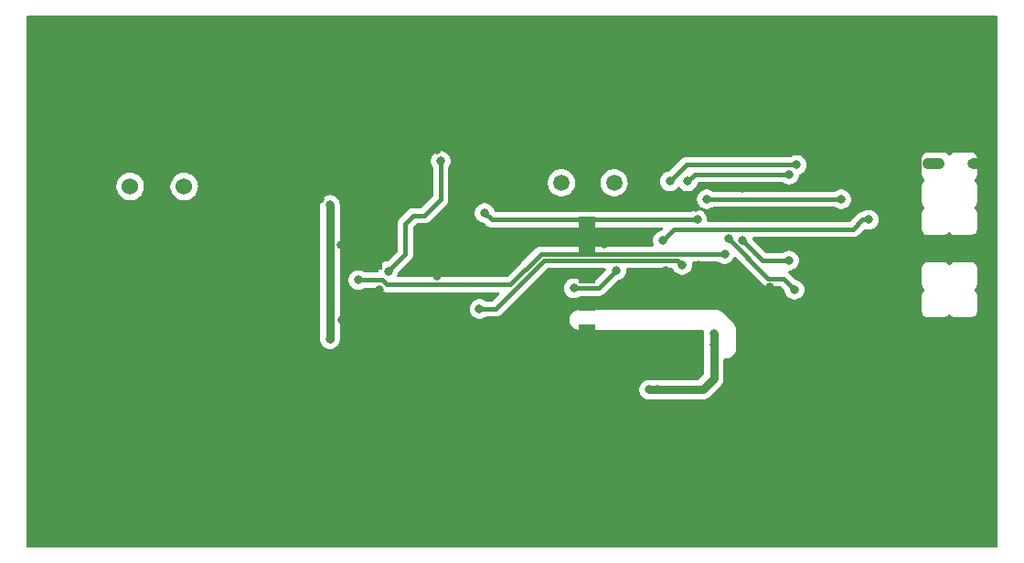
<source format=gbr>
%TF.GenerationSoftware,KiCad,Pcbnew,6.0.4-6f826c9f35~116~ubuntu20.04.1*%
%TF.CreationDate,2022-05-03T12:56:29+00:00*%
%TF.ProjectId,USTSIPIN01A,55535453-4950-4494-9e30-31412e6b6963,REV*%
%TF.SameCoordinates,Original*%
%TF.FileFunction,Copper,L1,Top*%
%TF.FilePolarity,Positive*%
%FSLAX46Y46*%
G04 Gerber Fmt 4.6, Leading zero omitted, Abs format (unit mm)*
G04 Created by KiCad (PCBNEW 6.0.4-6f826c9f35~116~ubuntu20.04.1) date 2022-05-03 12:56:29*
%MOMM*%
%LPD*%
G01*
G04 APERTURE LIST*
%TA.AperFunction,ComponentPad*%
%ADD10C,6.000000*%
%TD*%
%TA.AperFunction,ComponentPad*%
%ADD11C,1.524000*%
%TD*%
%TA.AperFunction,SMDPad,CuDef*%
%ADD12R,3.800000X1.000000*%
%TD*%
%TA.AperFunction,SMDPad,CuDef*%
%ADD13R,1.000000X3.800000*%
%TD*%
%TA.AperFunction,SMDPad,CuDef*%
%ADD14R,1.000000X1.000000*%
%TD*%
%TA.AperFunction,SMDPad,CuDef*%
%ADD15R,1.000000X2.300000*%
%TD*%
%TA.AperFunction,SMDPad,CuDef*%
%ADD16R,2.300000X1.000000*%
%TD*%
%TA.AperFunction,ComponentPad*%
%ADD17C,1.500000*%
%TD*%
%TA.AperFunction,SMDPad,CuDef*%
%ADD18R,1.600000X1.200000*%
%TD*%
%TA.AperFunction,SMDPad,CuDef*%
%ADD19R,5.000000X2.500000*%
%TD*%
%TA.AperFunction,ComponentPad*%
%ADD20O,2.000000X1.000000*%
%TD*%
%TA.AperFunction,ComponentPad*%
%ADD21O,2.100000X1.050000*%
%TD*%
%TA.AperFunction,ViaPad*%
%ADD22C,0.800000*%
%TD*%
%TA.AperFunction,Conductor*%
%ADD23C,0.250000*%
%TD*%
%TA.AperFunction,Conductor*%
%ADD24C,0.400000*%
%TD*%
%TA.AperFunction,Conductor*%
%ADD25C,0.800000*%
%TD*%
G04 APERTURE END LIST*
D10*
%TO.P,M2,1*%
%TO.N,GND*%
X71120000Y45720000D03*
%TD*%
%TO.P,M3,1*%
%TO.N,GND*%
X5080000Y45720000D03*
%TD*%
%TO.P,M4,1*%
%TO.N,GND*%
X5080000Y5080000D03*
%TD*%
D11*
%TO.P,D2,1,K*%
%TO.N,/K*%
X15360000Y34190000D03*
%TO.P,D2,2,A*%
%TO.N,/A*%
X10360000Y34190000D03*
%TD*%
D10*
%TO.P,M1,1*%
%TO.N,GND*%
X63500000Y5080000D03*
%TD*%
D12*
%TO.P,M8,1*%
%TO.N,GND*%
X26272000Y9500000D03*
D13*
X1372000Y22400000D03*
D14*
X33172000Y9500000D03*
D12*
X8272000Y41300000D03*
X26272000Y41300000D03*
X14272000Y41300000D03*
D13*
X33172000Y34400000D03*
D12*
X20272000Y41300000D03*
D13*
X1372000Y28400000D03*
X33172000Y22400000D03*
D15*
X33172000Y11150000D03*
D13*
X1372000Y16400000D03*
D16*
X31522000Y9500000D03*
D12*
X20272000Y9500000D03*
D13*
X1372000Y34400000D03*
D12*
X8272000Y9500000D03*
D14*
X1372000Y41300000D03*
X1372000Y9500000D03*
D13*
X33172000Y16400000D03*
D15*
X1372000Y39650000D03*
X1372000Y11150000D03*
D16*
X31522000Y41300000D03*
D13*
X33172000Y28400000D03*
D12*
X14272000Y9500000D03*
D14*
X33172000Y41300000D03*
D15*
X33172000Y39650000D03*
D16*
X3022000Y41300000D03*
X3022000Y9500000D03*
%TD*%
D17*
%TO.P,Y1,1,1*%
%TO.N,Net-(C30-Pad1)*%
X50292000Y34544000D03*
%TO.P,Y1,2,2*%
%TO.N,Net-(C33-Pad1)*%
X55172000Y34544000D03*
%TD*%
D18*
%TO.P,J2,1,CD/DAT3*%
%TO.N,Net-(J2-Pad1)*%
X52700000Y30790000D03*
%TO.P,J2,2,CMD*%
%TO.N,Net-(J2-Pad2)*%
X52700000Y28290000D03*
%TO.P,J2,3,VSS*%
%TO.N,GND*%
X52700000Y25790000D03*
%TO.P,J2,4,VDD*%
%TO.N,/cpu/SD_VDD*%
X52700000Y23290000D03*
%TO.P,J2,5,CLK*%
%TO.N,Net-(J2-Pad5)*%
X52700000Y20790000D03*
%TO.P,J2,6,VSS*%
%TO.N,GND*%
X52700000Y18290000D03*
%TO.P,J2,7,DAT0*%
%TO.N,Net-(J2-Pad7)*%
X52700000Y15860000D03*
%TO.P,J2,8,DAT1*%
%TO.N,unconnected-(J2-Pad8)*%
X52700000Y14060000D03*
%TO.P,J2,9,DAT2*%
%TO.N,unconnected-(J2-Pad9)*%
X52700000Y33290000D03*
D19*
%TO.P,J2,12,SHELL1*%
%TO.N,GND*%
X56200000Y40625000D03*
X56200000Y10175000D03*
X80400000Y40625000D03*
X86400000Y10175000D03*
%TD*%
D20*
%TO.P,J4,G1,SHIELD*%
%TO.N,GND*%
X88900000Y44960000D03*
%TO.P,J4,G2,SHIELD*%
X88900000Y36320000D03*
D21*
%TO.P,J4,G3,SHIELD*%
X84720000Y44960000D03*
%TO.P,J4,G4,SHIELD*%
X84720000Y36320000D03*
%TD*%
D22*
%TO.N,GND*%
X75311000Y14605000D03*
X33020000Y13716000D03*
X32766000Y12192000D03*
X34290000Y12192000D03*
X35814000Y12192000D03*
X37338000Y12192000D03*
X39116000Y12192000D03*
X40640000Y12192000D03*
X28575000Y11430000D03*
X26670000Y12700000D03*
X26670000Y13970000D03*
X27305000Y17780000D03*
X26035000Y18415000D03*
X24765000Y18415000D03*
X23495000Y18415000D03*
X22225000Y18415000D03*
X20955000Y17780000D03*
X19685000Y16510000D03*
X18415000Y15875000D03*
X17145000Y15875000D03*
X15240000Y15875000D03*
X13970000Y17145000D03*
X12700000Y17145000D03*
X17780000Y19050000D03*
X17780000Y20320000D03*
X17780000Y21590000D03*
X19050000Y21590000D03*
X19050000Y20320000D03*
X20320000Y21590000D03*
X21590000Y21590000D03*
X22860000Y21590000D03*
X24130000Y21590000D03*
X25400000Y21590000D03*
X26670000Y21590000D03*
X21336000Y22860000D03*
X21336000Y24892000D03*
X31115000Y22225000D03*
X29972000Y21844000D03*
X30480000Y20320000D03*
X30480000Y19050000D03*
X31750000Y19050000D03*
X31750000Y20320000D03*
X32385000Y21590000D03*
X34290000Y22225000D03*
X34036000Y17272000D03*
X34290000Y18415000D03*
X33655000Y19685000D03*
X32512000Y17272000D03*
X10795000Y17145000D03*
X8890000Y17145000D03*
X7620000Y17780000D03*
X5715000Y17780000D03*
X4445000Y18415000D03*
X3175000Y19685000D03*
X2540000Y20955000D03*
X2540000Y22225000D03*
X2540000Y24130000D03*
X2540000Y26035000D03*
X2540000Y27940000D03*
X2540000Y29845000D03*
X2540000Y31750000D03*
X2540000Y33020000D03*
X5715000Y33020000D03*
X6985000Y31750000D03*
X7620000Y33020000D03*
X8255000Y34290000D03*
X8255000Y35560000D03*
X12065000Y34925000D03*
X5080000Y35560000D03*
X13970000Y34925000D03*
X15240000Y38100000D03*
X16510000Y37465000D03*
X16510000Y38735000D03*
X19685000Y30480000D03*
X20955000Y30480000D03*
X22225000Y30480000D03*
X23368000Y29972000D03*
X24765000Y32004000D03*
X26035000Y30988000D03*
X27305000Y30480000D03*
X27305000Y31750000D03*
X27940000Y33020000D03*
X28575000Y34290000D03*
X26035000Y33655000D03*
X26035000Y35560000D03*
X27305000Y36195000D03*
X28575000Y36195000D03*
X29845000Y35560000D03*
X31115000Y35560000D03*
X32385000Y35560000D03*
X33655000Y35560000D03*
X34925000Y35560000D03*
X36195000Y36195000D03*
X36195000Y37465000D03*
X37465000Y38100000D03*
X40005000Y37465000D03*
X40894000Y34036000D03*
X40894000Y32512000D03*
X40894000Y31496000D03*
X41656000Y30480000D03*
X42926000Y30480000D03*
X43688000Y29464000D03*
X50800000Y39116000D03*
X52324000Y39116000D03*
X53848000Y39116000D03*
X55372000Y39116000D03*
X56896000Y39116000D03*
X58420000Y39116000D03*
X61468000Y39116000D03*
X62992000Y26924000D03*
X58928000Y20320000D03*
X57912000Y24892000D03*
X69596000Y24892000D03*
X70104000Y22352000D03*
X76200000Y31496000D03*
X66548000Y31496000D03*
X67183000Y38735000D03*
X68453000Y38735000D03*
X51054000Y32512000D03*
X50038000Y21717000D03*
X49657000Y32512000D03*
X6096000Y36576000D03*
X7112000Y37592000D03*
X8636000Y38608000D03*
X10160000Y38608000D03*
X11684000Y38608000D03*
X13208000Y38608000D03*
X14224000Y37592000D03*
X79248000Y21844000D03*
X79248000Y20320000D03*
X78232000Y19304000D03*
X78232000Y39243000D03*
X76708000Y39243000D03*
X75184000Y39243000D03*
X73660000Y39243000D03*
X72136000Y39243000D03*
X70612000Y39243000D03*
X69596000Y39243000D03*
X87884000Y12192000D03*
X87884000Y13716000D03*
X88392000Y16764000D03*
X79248000Y33528000D03*
X67056000Y34036000D03*
X10320000Y27680000D03*
X33428186Y28701814D03*
X37625000Y21965000D03*
X54229000Y28829000D03*
X38749423Y37565961D03*
X59944000Y26416000D03*
X31910000Y30220000D03*
X51308000Y13716000D03*
X40836307Y35248307D03*
X4064000Y34544000D03*
X10319457Y30200565D03*
X34450000Y29420000D03*
X30640000Y30220000D03*
X29862000Y28823000D03*
X4986000Y26918000D03*
X51308000Y12446000D03*
X9304000Y22092000D03*
X50038000Y13716000D03*
X52578000Y12446000D03*
X38768000Y25902000D03*
X62701789Y32220000D03*
X14732000Y22352000D03*
X38895000Y21965000D03*
X10668000Y21965000D03*
X37465000Y15875000D03*
X33218000Y27680000D03*
X12225000Y21965000D03*
X12860000Y23870000D03*
X38895000Y30220000D03*
X39530000Y29585000D03*
X33434000Y24632000D03*
X4986000Y25648000D03*
X10320000Y28950000D03*
X30767000Y28823000D03*
X10320000Y25775000D03*
X50038000Y12446000D03*
X55867109Y24815999D03*
%TO.N,/K*%
X14605000Y36195000D03*
%TO.N,Net-(R1-Pad2)*%
X39115992Y36576000D03*
X34256648Y26365080D03*
%TO.N,/cpu/RST#_P*%
X78740000Y31115000D03*
X59690000Y29210000D03*
%TO.N,/cpu/PC0*%
X65747314Y29387314D03*
X71882000Y24638000D03*
%TO.N,/cpu/PC1*%
X67056000Y29210000D03*
X71374778Y27336070D03*
%TO.N,/cpu/PB6*%
X55372000Y26416000D03*
X51435000Y24765000D03*
%TO.N,+3V3*%
X27940000Y15240000D03*
X27940000Y16510000D03*
X64389000Y20574000D03*
X28862000Y20060000D03*
X58420000Y15367000D03*
X28862000Y32506000D03*
X76200000Y33020000D03*
X59182000Y15367000D03*
X64389000Y19558000D03*
X63754000Y33020000D03*
%TO.N,PA1*%
X65405000Y27940000D03*
X31496000Y25527000D03*
%TO.N,PA0*%
X62865000Y31115000D03*
X43180000Y31750000D03*
%TO.N,PB0*%
X61468000Y26924000D03*
X42705000Y22860000D03*
%TO.N,Net-(C37-Pad1)*%
X10160000Y36195000D03*
X11430000Y36195000D03*
%TO.N,Net-(J2-Pad1)*%
X59944000Y39116000D03*
%TO.N,Net-(J2-Pad5)*%
X53848000Y20320000D03*
%TO.N,unconnected-(J2-Pad8)*%
X52578000Y13716000D03*
%TO.N,RX0*%
X61976000Y34671000D03*
X71374000Y35306000D03*
%TO.N,TX0*%
X60325000Y34671000D03*
X72066686Y36191990D03*
%TD*%
D23*
%TO.N,GND*%
X4986000Y25648000D02*
X4986000Y26918000D01*
D24*
X34450000Y28912000D02*
X33218000Y27680000D01*
D23*
X33434000Y24632000D02*
X33434000Y23362000D01*
X10320000Y28950000D02*
X10320000Y27680000D01*
X13495000Y31490000D02*
X12205565Y30200565D01*
X29862000Y28823000D02*
X30767000Y28823000D01*
D24*
X31910000Y30220000D02*
X30640000Y30220000D01*
X38895000Y21965000D02*
X37625000Y21965000D01*
X34450000Y29420000D02*
X34450000Y28912000D01*
D23*
X33434000Y23362000D02*
X33688000Y23108000D01*
D24*
X34146372Y29420000D02*
X33428186Y28701814D01*
D23*
X12205565Y30200565D02*
X10319457Y30200565D01*
D24*
X39530000Y29585000D02*
X39530000Y26664000D01*
D23*
X12225000Y21965000D02*
X14130000Y21965000D01*
D24*
X34450000Y29420000D02*
X34146372Y29420000D01*
X39530000Y26664000D02*
X38768000Y25902000D01*
%TO.N,Net-(R1-Pad2)*%
X39115992Y36576000D02*
X39115992Y33019992D01*
X35853000Y27961432D02*
X34656647Y26765079D01*
X39115992Y33019992D02*
X37592000Y31496000D01*
X36576000Y31496000D02*
X35853000Y30773000D01*
X35853000Y30773000D02*
X35853000Y27961432D01*
X34656647Y26765079D02*
X34256648Y26365080D01*
X37592000Y31496000D02*
X36576000Y31496000D01*
%TO.N,/cpu/RST#_P*%
X78174315Y31115000D02*
X77285315Y30226000D01*
X78740000Y31115000D02*
X78174315Y31115000D01*
X77285315Y30226000D02*
X60706000Y30226000D01*
X60706000Y30226000D02*
X59690000Y29210000D01*
%TO.N,/cpu/PC0*%
X65747314Y29387314D02*
X69442627Y25692001D01*
X70827999Y25692001D02*
X71882000Y24638000D01*
X69442627Y25692001D02*
X70827999Y25692001D01*
%TO.N,/cpu/PC1*%
X67056000Y29210000D02*
X68929930Y27336070D01*
X68929930Y27336070D02*
X71374778Y27336070D01*
%TO.N,/cpu/PB6*%
X51435000Y24765000D02*
X53721000Y24765000D01*
X54972001Y26016001D02*
X55372000Y26416000D01*
X53721000Y24765000D02*
X54972001Y26016001D01*
%TO.N,+3V3*%
X76200000Y33020000D02*
X63754000Y33020000D01*
D25*
X64389000Y20574000D02*
X64389000Y16383000D01*
X59182000Y15367000D02*
X58420000Y15367000D01*
X28862000Y32506000D02*
X28862000Y20060000D01*
X64389000Y16383000D02*
X63373000Y15367000D01*
X63373000Y15367000D02*
X59182000Y15367000D01*
D24*
%TO.N,PA1*%
X45548999Y25101999D02*
X48323500Y27876500D01*
X31496000Y25527000D02*
X33723002Y25527000D01*
X65405000Y27940000D02*
X48387000Y27940000D01*
X34148003Y25101999D02*
X45548999Y25101999D01*
X33723002Y25527000D02*
X34148003Y25101999D01*
X48387000Y27940000D02*
X48323500Y27876500D01*
%TO.N,PA0*%
X43180000Y31750000D02*
X43815000Y31115000D01*
X43815000Y31115000D02*
X62865000Y31115000D01*
%TO.N,PB0*%
X61468000Y26924000D02*
X61052010Y27339990D01*
X44196000Y22860000D02*
X42705000Y22860000D01*
X48675990Y27339990D02*
X44196000Y22860000D01*
X61052010Y27339990D02*
X48675990Y27339990D01*
%TO.N,RX0*%
X62611000Y35306000D02*
X71374000Y35306000D01*
X61976000Y34671000D02*
X62611000Y35306000D01*
%TO.N,TX0*%
X60325000Y34671000D02*
X61845990Y36191990D01*
X61845990Y36191990D02*
X72066686Y36191990D01*
%TD*%
%TA.AperFunction,Conductor*%
%TO.N,GND*%
G36*
X90620122Y50017998D02*
G01*
X90666615Y49964342D01*
X90678001Y49912000D01*
X90678000Y888000D01*
X90657998Y819879D01*
X90604342Y773386D01*
X90552000Y762000D01*
X888000Y762000D01*
X819879Y782002D01*
X773386Y835658D01*
X762000Y888000D01*
X762000Y32506000D01*
X27948500Y32506000D01*
X27949190Y32499435D01*
X27952810Y32464993D01*
X27953500Y32451822D01*
X27953501Y20114187D01*
X27952811Y20101017D01*
X27948500Y20060000D01*
X27968462Y19870073D01*
X28027476Y19688446D01*
X28122963Y19523058D01*
X28127381Y19518151D01*
X28127382Y19518150D01*
X28134338Y19510425D01*
X28250749Y19381137D01*
X28256091Y19377256D01*
X28256093Y19377254D01*
X28399908Y19272767D01*
X28405250Y19268886D01*
X28411278Y19266202D01*
X28411280Y19266201D01*
X28519526Y19218007D01*
X28579713Y19191210D01*
X28673113Y19171357D01*
X28760056Y19152876D01*
X28760061Y19152876D01*
X28766513Y19151504D01*
X28957487Y19151504D01*
X28963939Y19152876D01*
X28963944Y19152876D01*
X29050887Y19171357D01*
X29144287Y19191210D01*
X29204474Y19218007D01*
X29312720Y19266201D01*
X29312722Y19266202D01*
X29318750Y19268886D01*
X29324092Y19272767D01*
X29467907Y19377254D01*
X29467909Y19377256D01*
X29473251Y19381137D01*
X29589662Y19510425D01*
X29596618Y19518150D01*
X29596619Y19518151D01*
X29601037Y19523058D01*
X29696524Y19688446D01*
X29755538Y19870073D01*
X29770500Y20012428D01*
X29775500Y20060000D01*
X29771189Y20101017D01*
X29770500Y20114178D01*
X29770500Y21844000D01*
X51029500Y21844000D01*
X51030190Y21837435D01*
X51033814Y21802955D01*
X51034504Y21789784D01*
X51034504Y21748513D01*
X51043086Y21708136D01*
X51045147Y21695128D01*
X51049462Y21654073D01*
X51051501Y21647799D01*
X51051502Y21647792D01*
X51062218Y21614809D01*
X51065630Y21602076D01*
X51074210Y21561713D01*
X51091000Y21524002D01*
X51095721Y21511702D01*
X51108476Y21472446D01*
X51111780Y21466723D01*
X51111781Y21466721D01*
X51129116Y21436695D01*
X51135102Y21424947D01*
X51151886Y21387250D01*
X51176144Y21353862D01*
X51183323Y21342808D01*
X51203963Y21307058D01*
X51208383Y21302149D01*
X51208386Y21302145D01*
X51231577Y21276389D01*
X51239878Y21266140D01*
X51264137Y21232749D01*
X51269045Y21228330D01*
X51294807Y21205134D01*
X51304134Y21195807D01*
X51331749Y21165137D01*
X51337091Y21161256D01*
X51337092Y21161255D01*
X51365138Y21140879D01*
X51375389Y21132577D01*
X51401145Y21109386D01*
X51401149Y21109383D01*
X51406058Y21104963D01*
X51441808Y21084323D01*
X51452860Y21077146D01*
X51486250Y21052886D01*
X51492281Y21050201D01*
X51523947Y21036102D01*
X51535695Y21030116D01*
X51565721Y21012781D01*
X51565723Y21012780D01*
X51571446Y21009476D01*
X51610702Y20996721D01*
X51623002Y20992000D01*
X51660713Y20975210D01*
X51667166Y20973838D01*
X51667167Y20973838D01*
X51701076Y20966630D01*
X51713809Y20963218D01*
X51746792Y20952502D01*
X51746799Y20952501D01*
X51753073Y20950462D01*
X51759634Y20949772D01*
X51759636Y20949772D01*
X51773519Y20948313D01*
X51794128Y20946147D01*
X51807136Y20944086D01*
X51847513Y20935504D01*
X51895352Y20935504D01*
X51895403Y20935503D01*
X51895428Y20935500D01*
X63377785Y20935500D01*
X63445906Y20915498D01*
X63492399Y20861842D01*
X63497253Y20777009D01*
X63498875Y20776664D01*
X63497612Y20770724D01*
X63497621Y20770572D01*
X63495462Y20763927D01*
X63475500Y20574000D01*
X63476190Y20567435D01*
X63479810Y20532993D01*
X63480500Y20519822D01*
X63480500Y19612179D01*
X63479810Y19599009D01*
X63475500Y19558000D01*
X63476190Y19551435D01*
X63479810Y19516990D01*
X63480500Y19503820D01*
X63480501Y18143872D01*
X63480501Y16811504D01*
X63443596Y16722409D01*
X63033592Y16312405D01*
X62944497Y16275500D01*
X58372428Y16275500D01*
X58372403Y16275497D01*
X58372352Y16275496D01*
X58324513Y16275496D01*
X58284136Y16266914D01*
X58271128Y16264853D01*
X58250519Y16262687D01*
X58236636Y16261228D01*
X58236634Y16261228D01*
X58230073Y16260538D01*
X58223799Y16258499D01*
X58223792Y16258498D01*
X58190809Y16247782D01*
X58178076Y16244370D01*
X58157975Y16240097D01*
X58137713Y16235790D01*
X58100002Y16219000D01*
X58087702Y16214279D01*
X58048446Y16201524D01*
X58042723Y16198220D01*
X58042721Y16198219D01*
X58012695Y16180884D01*
X58000947Y16174898D01*
X57963250Y16158114D01*
X57929862Y16133856D01*
X57918808Y16126677D01*
X57883058Y16106037D01*
X57878149Y16101617D01*
X57878145Y16101614D01*
X57852389Y16078423D01*
X57842140Y16070122D01*
X57808749Y16045863D01*
X57804329Y16040955D01*
X57804330Y16040955D01*
X57781134Y16015193D01*
X57771807Y16005866D01*
X57741137Y15978251D01*
X57737256Y15972909D01*
X57737255Y15972908D01*
X57716879Y15944862D01*
X57708577Y15934611D01*
X57685386Y15908855D01*
X57685383Y15908851D01*
X57680963Y15903942D01*
X57660323Y15868192D01*
X57653146Y15857140D01*
X57628886Y15823750D01*
X57626201Y15817719D01*
X57612102Y15786053D01*
X57606116Y15774305D01*
X57588781Y15744279D01*
X57585476Y15738554D01*
X57583434Y15732269D01*
X57572722Y15699301D01*
X57568000Y15686998D01*
X57551210Y15649287D01*
X57549838Y15642834D01*
X57549838Y15642833D01*
X57542630Y15608924D01*
X57539218Y15596191D01*
X57528502Y15563208D01*
X57528501Y15563201D01*
X57526462Y15556927D01*
X57525772Y15550366D01*
X57525772Y15550364D01*
X57522148Y15515878D01*
X57520086Y15502864D01*
X57511504Y15462487D01*
X57511504Y15421216D01*
X57510814Y15408045D01*
X57506500Y15367000D01*
X57507190Y15360435D01*
X57510814Y15325955D01*
X57511504Y15312784D01*
X57511504Y15271513D01*
X57520086Y15231136D01*
X57522147Y15218128D01*
X57526462Y15177073D01*
X57528501Y15170799D01*
X57528502Y15170792D01*
X57539218Y15137809D01*
X57542630Y15125076D01*
X57551210Y15084713D01*
X57568000Y15047002D01*
X57572721Y15034702D01*
X57585476Y14995446D01*
X57588780Y14989723D01*
X57588781Y14989721D01*
X57606116Y14959695D01*
X57612102Y14947947D01*
X57628886Y14910250D01*
X57653144Y14876862D01*
X57660323Y14865808D01*
X57680963Y14830058D01*
X57685383Y14825149D01*
X57685386Y14825145D01*
X57708577Y14799389D01*
X57716878Y14789140D01*
X57741137Y14755749D01*
X57746045Y14751330D01*
X57771807Y14728134D01*
X57781134Y14718807D01*
X57808749Y14688137D01*
X57814091Y14684256D01*
X57814092Y14684255D01*
X57842138Y14663879D01*
X57852389Y14655577D01*
X57878145Y14632386D01*
X57878149Y14632383D01*
X57883058Y14627963D01*
X57918808Y14607323D01*
X57929860Y14600146D01*
X57963250Y14575886D01*
X58000947Y14559102D01*
X58012695Y14553116D01*
X58042721Y14535781D01*
X58042723Y14535780D01*
X58048446Y14532476D01*
X58087702Y14519721D01*
X58100002Y14515000D01*
X58137713Y14498210D01*
X58144166Y14496838D01*
X58144167Y14496838D01*
X58178076Y14489630D01*
X58190809Y14486218D01*
X58223792Y14475502D01*
X58223799Y14475501D01*
X58230073Y14473462D01*
X58236634Y14472772D01*
X58236636Y14472772D01*
X58250519Y14471313D01*
X58271128Y14469147D01*
X58284136Y14467086D01*
X58324513Y14458504D01*
X58372352Y14458504D01*
X58372403Y14458503D01*
X58372428Y14458500D01*
X63291610Y14458500D01*
X63311320Y14456949D01*
X63325192Y14454752D01*
X63331779Y14455097D01*
X63331783Y14455097D01*
X63393405Y14458327D01*
X63400000Y14458500D01*
X63420572Y14458500D01*
X63426727Y14459147D01*
X63441040Y14460651D01*
X63447615Y14461168D01*
X63509307Y14464401D01*
X63509311Y14464402D01*
X63515902Y14464747D01*
X63522283Y14466457D01*
X63522285Y14466457D01*
X63529490Y14468387D01*
X63548924Y14471989D01*
X63556353Y14472770D01*
X63556362Y14472772D01*
X63562927Y14473462D01*
X63608459Y14488256D01*
X63627978Y14494598D01*
X63634302Y14496471D01*
X63693991Y14512465D01*
X63694000Y14512468D01*
X63700369Y14514175D01*
X63707250Y14517681D01*
X63712906Y14520562D01*
X63731168Y14528126D01*
X63738265Y14530432D01*
X63738270Y14530434D01*
X63744554Y14532476D01*
X63750279Y14535781D01*
X63803792Y14566677D01*
X63809589Y14569825D01*
X63829101Y14579767D01*
X63870528Y14600875D01*
X63875659Y14605030D01*
X63875662Y14605032D01*
X63881464Y14609730D01*
X63897750Y14620924D01*
X63909942Y14627963D01*
X63960775Y14673733D01*
X63965790Y14678017D01*
X63973493Y14684255D01*
X63981768Y14690956D01*
X63996294Y14705482D01*
X64001079Y14710023D01*
X64046952Y14751327D01*
X64046955Y14751330D01*
X64051863Y14755749D01*
X64060120Y14767114D01*
X64072962Y14782150D01*
X64973858Y15683044D01*
X64988891Y15695883D01*
X64994904Y15700252D01*
X64994905Y15700253D01*
X65000251Y15704137D01*
X65045959Y15754901D01*
X65050500Y15759686D01*
X65065045Y15774231D01*
X65078001Y15790230D01*
X65082285Y15795245D01*
X65123614Y15841146D01*
X65128037Y15846058D01*
X65135075Y15858248D01*
X65146270Y15874536D01*
X65150969Y15880339D01*
X65155125Y15885471D01*
X65164537Y15903942D01*
X65186170Y15946401D01*
X65189318Y15952199D01*
X65220223Y16005728D01*
X65220224Y16005730D01*
X65223524Y16011446D01*
X65227872Y16024829D01*
X65235439Y16043096D01*
X65238828Y16049747D01*
X65238830Y16049751D01*
X65241825Y16055630D01*
X65247933Y16078423D01*
X65259527Y16121696D01*
X65261396Y16128004D01*
X65282538Y16193073D01*
X65284008Y16207062D01*
X65287613Y16226515D01*
X65289543Y16233716D01*
X65291253Y16240097D01*
X65292324Y16260538D01*
X65294832Y16308385D01*
X65295349Y16314960D01*
X65297156Y16332156D01*
X65297500Y16335428D01*
X65297500Y16356000D01*
X65297673Y16362595D01*
X65300903Y16424217D01*
X65300903Y16424221D01*
X65301248Y16430808D01*
X65299051Y16444680D01*
X65297500Y16464390D01*
X65297500Y18143872D01*
X65317502Y18211993D01*
X65371158Y18258486D01*
X65434781Y18268872D01*
X65436513Y18268504D01*
X65627487Y18268504D01*
X65633939Y18269876D01*
X65633944Y18269876D01*
X65720887Y18288357D01*
X65814287Y18308210D01*
X65820318Y18310895D01*
X65982720Y18383201D01*
X65982722Y18383202D01*
X65988750Y18385886D01*
X65994092Y18389767D01*
X66137907Y18494254D01*
X66137909Y18494256D01*
X66143251Y18498137D01*
X66271037Y18640058D01*
X66366524Y18805446D01*
X66425538Y18987073D01*
X66445500Y19177000D01*
X66441190Y19218007D01*
X66440500Y19231178D01*
X66440500Y20873609D01*
X66442051Y20893320D01*
X66443216Y20900675D01*
X66444248Y20907191D01*
X66442765Y20935500D01*
X66440673Y20975405D01*
X66440500Y20981999D01*
X66440500Y21002572D01*
X66438349Y21023040D01*
X66437832Y21029615D01*
X66434599Y21091303D01*
X66434599Y21091304D01*
X66434253Y21097903D01*
X66430612Y21111491D01*
X66427008Y21130938D01*
X66426229Y21138355D01*
X66426228Y21138359D01*
X66425538Y21144927D01*
X66404403Y21209974D01*
X66402531Y21216293D01*
X66386535Y21275993D01*
X66386534Y21275996D01*
X66384826Y21282370D01*
X66378433Y21294918D01*
X66370871Y21313175D01*
X66368564Y21320277D01*
X66368563Y21320280D01*
X66366524Y21326554D01*
X66363226Y21332267D01*
X66363223Y21332273D01*
X66332323Y21385793D01*
X66329176Y21391589D01*
X66301121Y21446649D01*
X66298125Y21452529D01*
X66293971Y21457658D01*
X66293969Y21457662D01*
X66289271Y21463464D01*
X66278072Y21479758D01*
X66274341Y21486221D01*
X66274337Y21486227D01*
X66271037Y21491942D01*
X66225276Y21542765D01*
X66220992Y21547780D01*
X66214588Y21555688D01*
X66208045Y21563768D01*
X66193509Y21578304D01*
X66188968Y21583089D01*
X66147673Y21628952D01*
X66147672Y21628953D01*
X66143251Y21633863D01*
X66137909Y21637744D01*
X66137907Y21637746D01*
X66131889Y21642118D01*
X66116855Y21654958D01*
X65342962Y22428850D01*
X65330120Y22443886D01*
X65321863Y22455251D01*
X65271079Y22500977D01*
X65266294Y22505518D01*
X65251768Y22520044D01*
X65235790Y22532983D01*
X65230775Y22537267D01*
X65184850Y22578618D01*
X65184849Y22578619D01*
X65179942Y22583037D01*
X65167750Y22590076D01*
X65151464Y22601270D01*
X65145662Y22605968D01*
X65145659Y22605970D01*
X65140528Y22610125D01*
X65079587Y22641176D01*
X65073792Y22644323D01*
X65020277Y22675220D01*
X65020276Y22675221D01*
X65014554Y22678524D01*
X65008270Y22680566D01*
X65008265Y22680568D01*
X65001168Y22682874D01*
X64982906Y22690438D01*
X64976251Y22693828D01*
X64970369Y22696825D01*
X64964000Y22698532D01*
X64963991Y22698535D01*
X64904302Y22714529D01*
X64897978Y22716402D01*
X64869309Y22725717D01*
X64832927Y22737538D01*
X64826362Y22738228D01*
X64826353Y22738230D01*
X64818924Y22739011D01*
X64799490Y22742613D01*
X64792285Y22744543D01*
X64792283Y22744543D01*
X64785902Y22746253D01*
X64779311Y22746598D01*
X64779307Y22746599D01*
X64717615Y22749832D01*
X64711040Y22750349D01*
X64696727Y22751853D01*
X64690572Y22752500D01*
X64670000Y22752500D01*
X64663405Y22752673D01*
X64601783Y22755903D01*
X64601779Y22755903D01*
X64595192Y22756248D01*
X64588676Y22755216D01*
X64581321Y22754051D01*
X64561610Y22752500D01*
X51895428Y22752500D01*
X51895403Y22752497D01*
X51895352Y22752496D01*
X51847513Y22752496D01*
X51807136Y22743914D01*
X51794128Y22741853D01*
X51776936Y22740046D01*
X51759636Y22738228D01*
X51759634Y22738228D01*
X51753073Y22737538D01*
X51746799Y22735499D01*
X51746792Y22735498D01*
X51713809Y22724782D01*
X51701076Y22721370D01*
X51668894Y22714529D01*
X51660713Y22712790D01*
X51623002Y22696000D01*
X51610702Y22691279D01*
X51571446Y22678524D01*
X51565723Y22675220D01*
X51565721Y22675219D01*
X51535695Y22657884D01*
X51523947Y22651898D01*
X51486250Y22635114D01*
X51452862Y22610856D01*
X51441808Y22603677D01*
X51406058Y22583037D01*
X51401149Y22578617D01*
X51401145Y22578614D01*
X51375389Y22555423D01*
X51365140Y22547122D01*
X51331749Y22522863D01*
X51327329Y22517955D01*
X51327330Y22517955D01*
X51304134Y22492193D01*
X51294807Y22482866D01*
X51264137Y22455251D01*
X51260256Y22449909D01*
X51260255Y22449908D01*
X51239879Y22421862D01*
X51231577Y22411611D01*
X51208386Y22385855D01*
X51208383Y22385851D01*
X51203963Y22380942D01*
X51183323Y22345192D01*
X51176146Y22334140D01*
X51151886Y22300750D01*
X51146481Y22288611D01*
X51135102Y22263053D01*
X51129116Y22251305D01*
X51111781Y22221279D01*
X51108476Y22215554D01*
X51096032Y22177254D01*
X51095722Y22176301D01*
X51091000Y22163998D01*
X51074210Y22126287D01*
X51072838Y22119834D01*
X51072838Y22119833D01*
X51065630Y22085924D01*
X51062218Y22073191D01*
X51051502Y22040208D01*
X51051501Y22040201D01*
X51049462Y22033927D01*
X51048772Y22027366D01*
X51048772Y22027364D01*
X51045148Y21992878D01*
X51043086Y21979864D01*
X51034504Y21939487D01*
X51034504Y21898216D01*
X51033814Y21885045D01*
X51029500Y21844000D01*
X29770500Y21844000D01*
X29770500Y25527000D01*
X30582500Y25527000D01*
X30602462Y25337073D01*
X30604502Y25330795D01*
X30604502Y25330794D01*
X30636957Y25230907D01*
X30661476Y25155446D01*
X30664779Y25149724D01*
X30664780Y25149723D01*
X30670743Y25139395D01*
X30756963Y24990058D01*
X30761381Y24985151D01*
X30761382Y24985150D01*
X30866278Y24868651D01*
X30884749Y24848137D01*
X30890091Y24844256D01*
X30890093Y24844254D01*
X31033908Y24739767D01*
X31039250Y24735886D01*
X31045278Y24733202D01*
X31045280Y24733201D01*
X31207682Y24660895D01*
X31213713Y24658210D01*
X31303989Y24639021D01*
X31394056Y24619876D01*
X31394061Y24619876D01*
X31400513Y24618504D01*
X31591487Y24618504D01*
X31597939Y24619876D01*
X31597944Y24619876D01*
X31688011Y24639021D01*
X31778287Y24658210D01*
X31784318Y24660895D01*
X31946720Y24733201D01*
X31946722Y24733202D01*
X31952750Y24735886D01*
X32033339Y24794437D01*
X32107399Y24818500D01*
X33377343Y24818500D01*
X33466438Y24781595D01*
X33628655Y24619378D01*
X33634508Y24613113D01*
X33670578Y24571765D01*
X33676796Y24567395D01*
X33722849Y24535029D01*
X33728125Y24531111D01*
X33778391Y24491697D01*
X33785313Y24488572D01*
X33787619Y24487175D01*
X33802244Y24478833D01*
X33804621Y24477558D01*
X33810838Y24473189D01*
X33817917Y24470429D01*
X33817919Y24470428D01*
X33846368Y24459336D01*
X33870346Y24449988D01*
X33876422Y24447434D01*
X33927711Y24424276D01*
X33927713Y24424275D01*
X33934637Y24421149D01*
X33942103Y24419765D01*
X33944675Y24418959D01*
X33960874Y24414345D01*
X33963482Y24413675D01*
X33970563Y24410915D01*
X34033903Y24402576D01*
X34040407Y24401546D01*
X34103202Y24389908D01*
X34110782Y24390345D01*
X34110783Y24390345D01*
X34161859Y24393290D01*
X34169112Y24393499D01*
X44423340Y24393499D01*
X44491461Y24373497D01*
X44537954Y24319841D01*
X44548058Y24249567D01*
X44512435Y24178404D01*
X43939436Y23605405D01*
X43850341Y23568500D01*
X43316399Y23568500D01*
X43242339Y23592563D01*
X43224663Y23605405D01*
X43161750Y23651114D01*
X43155722Y23653798D01*
X43155720Y23653799D01*
X42993318Y23726105D01*
X42993317Y23726105D01*
X42987287Y23728790D01*
X42893887Y23748643D01*
X42806944Y23767124D01*
X42806939Y23767124D01*
X42800487Y23768496D01*
X42609513Y23768496D01*
X42603061Y23767124D01*
X42603056Y23767124D01*
X42516113Y23748643D01*
X42422713Y23728790D01*
X42416683Y23726105D01*
X42416682Y23726105D01*
X42254280Y23653799D01*
X42254278Y23653798D01*
X42248250Y23651114D01*
X42242909Y23647234D01*
X42242908Y23647233D01*
X42099093Y23542746D01*
X42099091Y23542744D01*
X42093749Y23538863D01*
X41965963Y23396942D01*
X41870476Y23231554D01*
X41811462Y23049927D01*
X41791500Y22860000D01*
X41792190Y22853435D01*
X41810117Y22682874D01*
X41811462Y22670073D01*
X41813502Y22663795D01*
X41813502Y22663794D01*
X41832291Y22605968D01*
X41870476Y22488446D01*
X41873779Y22482724D01*
X41873780Y22482723D01*
X41896203Y22443886D01*
X41965963Y22323058D01*
X41970381Y22318151D01*
X41970382Y22318150D01*
X42031309Y22250484D01*
X42093749Y22181137D01*
X42099091Y22177256D01*
X42099093Y22177254D01*
X42242908Y22072767D01*
X42248250Y22068886D01*
X42254278Y22066202D01*
X42254280Y22066201D01*
X42416682Y21993895D01*
X42422713Y21991210D01*
X42516113Y21971357D01*
X42603056Y21952876D01*
X42603061Y21952876D01*
X42609513Y21951504D01*
X42800487Y21951504D01*
X42806939Y21952876D01*
X42806944Y21952876D01*
X42893887Y21971357D01*
X42987287Y21991210D01*
X42993318Y21993895D01*
X43155720Y22066201D01*
X43155722Y22066202D01*
X43161750Y22068886D01*
X43242339Y22127437D01*
X43316399Y22151500D01*
X44170061Y22151500D01*
X44178632Y22151208D01*
X44233341Y22147478D01*
X44296279Y22158463D01*
X44302791Y22159423D01*
X44366194Y22167096D01*
X44373299Y22169781D01*
X44375906Y22170421D01*
X44392144Y22174863D01*
X44394741Y22175647D01*
X44402224Y22176953D01*
X44409180Y22180006D01*
X44409182Y22180007D01*
X44460705Y22202624D01*
X44466814Y22205117D01*
X44519452Y22225007D01*
X44519454Y22225008D01*
X44526562Y22227694D01*
X44532827Y22232000D01*
X44535218Y22233250D01*
X44549922Y22241434D01*
X44552243Y22242807D01*
X44559201Y22245861D01*
X44609877Y22284747D01*
X44615186Y22288604D01*
X44667846Y22324796D01*
X44676170Y22334138D01*
X44706955Y22368691D01*
X44711936Y22373967D01*
X48932555Y26594585D01*
X49021650Y26631490D01*
X54281328Y26631490D01*
X54349449Y26611488D01*
X54395942Y26557832D01*
X54406046Y26487558D01*
X54370424Y26416395D01*
X53464436Y25510405D01*
X53375340Y25473500D01*
X52046399Y25473500D01*
X51972339Y25497563D01*
X51922786Y25533565D01*
X51891750Y25556114D01*
X51885722Y25558798D01*
X51885720Y25558799D01*
X51723318Y25631105D01*
X51723317Y25631105D01*
X51717287Y25633790D01*
X51623887Y25653643D01*
X51536944Y25672124D01*
X51536939Y25672124D01*
X51530487Y25673496D01*
X51339513Y25673496D01*
X51333061Y25672124D01*
X51333056Y25672124D01*
X51246113Y25653643D01*
X51152713Y25633790D01*
X51146683Y25631105D01*
X51146682Y25631105D01*
X50984280Y25558799D01*
X50984278Y25558798D01*
X50978250Y25556114D01*
X50972909Y25552234D01*
X50972908Y25552233D01*
X50829093Y25447746D01*
X50829091Y25447744D01*
X50823749Y25443863D01*
X50819328Y25438953D01*
X50819327Y25438952D01*
X50806975Y25425233D01*
X50695963Y25301942D01*
X50692662Y25296224D01*
X50605930Y25146000D01*
X50600476Y25136554D01*
X50582653Y25081699D01*
X50553361Y24991547D01*
X50541462Y24954927D01*
X50540772Y24948364D01*
X50540772Y24948363D01*
X50533256Y24876848D01*
X50521500Y24765000D01*
X50522190Y24758435D01*
X50538590Y24602403D01*
X50541462Y24575073D01*
X50543502Y24568795D01*
X50543502Y24568794D01*
X50562317Y24510888D01*
X50600476Y24393446D01*
X50603779Y24387724D01*
X50603780Y24387723D01*
X50624062Y24352594D01*
X50695963Y24228058D01*
X50700381Y24223151D01*
X50700382Y24223150D01*
X50810314Y24101058D01*
X50823749Y24086137D01*
X50829091Y24082256D01*
X50829093Y24082254D01*
X50897661Y24032437D01*
X50978250Y23973886D01*
X50984278Y23971202D01*
X50984280Y23971201D01*
X51020098Y23955254D01*
X51152713Y23896210D01*
X51246113Y23876357D01*
X51333056Y23857876D01*
X51333061Y23857876D01*
X51339513Y23856504D01*
X51530487Y23856504D01*
X51536939Y23857876D01*
X51536944Y23857876D01*
X51623887Y23876357D01*
X51717287Y23896210D01*
X51849902Y23955254D01*
X51885720Y23971201D01*
X51885722Y23971202D01*
X51891750Y23973886D01*
X51972339Y24032437D01*
X52046399Y24056500D01*
X53695061Y24056500D01*
X53703632Y24056208D01*
X53758341Y24052478D01*
X53821279Y24063463D01*
X53827791Y24064423D01*
X53891194Y24072096D01*
X53898299Y24074781D01*
X53900906Y24075421D01*
X53917144Y24079863D01*
X53919741Y24080647D01*
X53927224Y24081953D01*
X53934180Y24085006D01*
X53934182Y24085007D01*
X53985705Y24107624D01*
X53991814Y24110117D01*
X54044452Y24130007D01*
X54044454Y24130008D01*
X54051562Y24132694D01*
X54057827Y24137000D01*
X54060218Y24138250D01*
X54074922Y24146434D01*
X54077243Y24147807D01*
X54084201Y24150861D01*
X54134877Y24189747D01*
X54140186Y24193604D01*
X54192846Y24229796D01*
X54210462Y24249567D01*
X54231955Y24273691D01*
X54236936Y24278967D01*
X55438538Y25480568D01*
X55501436Y25514720D01*
X55559207Y25527000D01*
X55654287Y25547210D01*
X55674286Y25556114D01*
X55822720Y25622201D01*
X55822722Y25622202D01*
X55828750Y25624886D01*
X55837310Y25631105D01*
X55977907Y25733254D01*
X55977909Y25733256D01*
X55983251Y25737137D01*
X56111037Y25879058D01*
X56169311Y25979992D01*
X56203220Y26038723D01*
X56203221Y26038724D01*
X56206524Y26044446D01*
X56257376Y26200952D01*
X56263498Y26219794D01*
X56263498Y26219795D01*
X56265538Y26226073D01*
X56285500Y26416000D01*
X56283451Y26435496D01*
X56277479Y26492320D01*
X56290251Y26562158D01*
X56338754Y26614005D01*
X56402789Y26631490D01*
X60517214Y26631490D01*
X60585335Y26611488D01*
X60631936Y26557186D01*
X60633476Y26552446D01*
X60728963Y26387058D01*
X60733381Y26382151D01*
X60733382Y26382150D01*
X60837765Y26266221D01*
X60856749Y26245137D01*
X60862091Y26241256D01*
X60862093Y26241254D01*
X61005908Y26136767D01*
X61011250Y26132886D01*
X61017278Y26130202D01*
X61017280Y26130201D01*
X61178943Y26058224D01*
X61185713Y26055210D01*
X61279113Y26035357D01*
X61366056Y26016876D01*
X61366061Y26016876D01*
X61372513Y26015504D01*
X61563487Y26015504D01*
X61569939Y26016876D01*
X61569944Y26016876D01*
X61656887Y26035357D01*
X61750287Y26055210D01*
X61757057Y26058224D01*
X61918720Y26130201D01*
X61918722Y26130202D01*
X61924750Y26132886D01*
X61930092Y26136767D01*
X62073907Y26241254D01*
X62073909Y26241256D01*
X62079251Y26245137D01*
X62098235Y26266221D01*
X62202618Y26382150D01*
X62202619Y26382151D01*
X62207037Y26387058D01*
X62280825Y26514862D01*
X62299220Y26546723D01*
X62299223Y26546729D01*
X62302524Y26552446D01*
X62336563Y26657207D01*
X62359498Y26727794D01*
X62359498Y26727795D01*
X62361538Y26734073D01*
X62368977Y26804846D01*
X62380810Y26917435D01*
X62381500Y26924000D01*
X62363808Y27092329D01*
X62376580Y27162168D01*
X62425082Y27214015D01*
X62489118Y27231500D01*
X64793601Y27231500D01*
X64867661Y27207437D01*
X64948250Y27148886D01*
X64954278Y27146202D01*
X64954280Y27146201D01*
X65075279Y27092329D01*
X65122713Y27071210D01*
X65216113Y27051357D01*
X65303056Y27032876D01*
X65303061Y27032876D01*
X65309513Y27031504D01*
X65500487Y27031504D01*
X65506939Y27032876D01*
X65506944Y27032876D01*
X65593887Y27051357D01*
X65687287Y27071210D01*
X65734721Y27092329D01*
X65855720Y27146201D01*
X65855722Y27146202D01*
X65861750Y27148886D01*
X65874951Y27158477D01*
X66010907Y27257254D01*
X66010909Y27257256D01*
X66016251Y27261137D01*
X66144037Y27403058D01*
X66239524Y27568446D01*
X66255612Y27617960D01*
X66295685Y27676566D01*
X66361082Y27704203D01*
X66431039Y27692096D01*
X66464540Y27668119D01*
X67697162Y26435496D01*
X68923286Y25209372D01*
X68929139Y25203107D01*
X68965202Y25161767D01*
X68982339Y25149723D01*
X69017475Y25125029D01*
X69022770Y25121096D01*
X69073015Y25081699D01*
X69079939Y25078573D01*
X69082252Y25077172D01*
X69096868Y25068835D01*
X69099245Y25067560D01*
X69105462Y25063191D01*
X69112541Y25060431D01*
X69112543Y25060430D01*
X69140992Y25049338D01*
X69164970Y25039990D01*
X69171046Y25037436D01*
X69222339Y25014276D01*
X69222342Y25014275D01*
X69229261Y25011151D01*
X69236726Y25009767D01*
X69239245Y25008978D01*
X69255544Y25004335D01*
X69258110Y25003676D01*
X69265187Y25000917D01*
X69300040Y24996328D01*
X69328516Y24992579D01*
X69335030Y24991547D01*
X69390357Y24981293D01*
X69390359Y24981293D01*
X69397826Y24979909D01*
X69405406Y24980346D01*
X69405407Y24980346D01*
X69437317Y24982186D01*
X69456496Y24983292D01*
X69463747Y24983501D01*
X70482339Y24983501D01*
X70571435Y24946596D01*
X70947341Y24570689D01*
X70983555Y24494763D01*
X70988462Y24448073D01*
X71047476Y24266446D01*
X71142963Y24101058D01*
X71147381Y24096151D01*
X71147382Y24096150D01*
X71266327Y23964048D01*
X71270749Y23959137D01*
X71276091Y23955256D01*
X71276093Y23955254D01*
X71353665Y23898895D01*
X71425250Y23846886D01*
X71431278Y23844202D01*
X71431280Y23844201D01*
X71593682Y23771895D01*
X71599713Y23769210D01*
X71693113Y23749357D01*
X71780056Y23730876D01*
X71780061Y23730876D01*
X71786513Y23729504D01*
X71977487Y23729504D01*
X71983939Y23730876D01*
X71983944Y23730876D01*
X72070887Y23749357D01*
X72164287Y23769210D01*
X72170318Y23771895D01*
X72332720Y23844201D01*
X72332722Y23844202D01*
X72338750Y23846886D01*
X72410335Y23898895D01*
X72487907Y23955254D01*
X72487909Y23955256D01*
X72493251Y23959137D01*
X72497673Y23964048D01*
X72616618Y24096150D01*
X72616619Y24096151D01*
X72621037Y24101058D01*
X72716524Y24266446D01*
X72760420Y24401545D01*
X72773498Y24441794D01*
X72773498Y24441795D01*
X72775538Y24448073D01*
X72788539Y24571765D01*
X72794810Y24631435D01*
X72795500Y24638000D01*
X72775538Y24827927D01*
X72768972Y24848137D01*
X72726014Y24980346D01*
X72716524Y25009554D01*
X72621037Y25174942D01*
X72511835Y25296224D01*
X72497673Y25311952D01*
X72497672Y25311953D01*
X72493251Y25316863D01*
X72487909Y25320744D01*
X72487907Y25320746D01*
X72344092Y25425233D01*
X72344091Y25425234D01*
X72338750Y25429114D01*
X72332722Y25431798D01*
X72332720Y25431799D01*
X72170318Y25504105D01*
X72170317Y25504105D01*
X72164287Y25506790D01*
X72157826Y25508163D01*
X72157821Y25508165D01*
X72011437Y25539281D01*
X71948539Y25573431D01*
X71347340Y26174629D01*
X71341499Y26180882D01*
X71308466Y26218747D01*
X71278760Y26283226D01*
X71288629Y26353534D01*
X71334943Y26407344D01*
X71403417Y26427574D01*
X71470265Y26427574D01*
X71476717Y26428946D01*
X71476722Y26428946D01*
X71563665Y26447427D01*
X71657065Y26467280D01*
X71663096Y26469965D01*
X71825498Y26542271D01*
X71825500Y26542272D01*
X71831528Y26544956D01*
X71847743Y26556737D01*
X71980685Y26653324D01*
X71980687Y26653326D01*
X71986029Y26657207D01*
X71997547Y26670000D01*
X83688000Y26670000D01*
X83688000Y25146000D01*
X83734359Y24932892D01*
X83740455Y24923407D01*
X83740455Y24923406D01*
X83807873Y24818500D01*
X83813300Y24810056D01*
X83820111Y24804155D01*
X83820112Y24804153D01*
X83901855Y24733323D01*
X83940239Y24673597D01*
X83940239Y24602600D01*
X83887463Y24532100D01*
X83865056Y24517700D01*
X83859155Y24510889D01*
X83859153Y24510888D01*
X83775338Y24414160D01*
X83775336Y24414157D01*
X83769437Y24407349D01*
X83765695Y24399155D01*
X83765693Y24399152D01*
X83760474Y24387723D01*
X83708780Y24274529D01*
X83707498Y24265612D01*
X83688950Y24136605D01*
X83688000Y24130000D01*
X83688000Y22606000D01*
X83734359Y22392892D01*
X83740455Y22383407D01*
X83740455Y22383406D01*
X83802574Y22286746D01*
X83813300Y22270056D01*
X83820111Y22264155D01*
X83820112Y22264153D01*
X83916840Y22180338D01*
X83916843Y22180336D01*
X83923651Y22174437D01*
X83931845Y22170695D01*
X83931848Y22170693D01*
X84043217Y22119833D01*
X84056471Y22113780D01*
X84065388Y22112498D01*
X84196554Y22093639D01*
X84196557Y22093639D01*
X84201000Y22093000D01*
X85725000Y22093000D01*
X85938108Y22139359D01*
X85952773Y22148783D01*
X86053360Y22213426D01*
X86053361Y22213426D01*
X86060944Y22218300D01*
X86073899Y22233250D01*
X86137677Y22306855D01*
X86197403Y22345239D01*
X86268400Y22345239D01*
X86338900Y22292463D01*
X86341376Y22288611D01*
X86353300Y22270056D01*
X86360111Y22264155D01*
X86360112Y22264153D01*
X86456840Y22180338D01*
X86456843Y22180336D01*
X86463651Y22174437D01*
X86471845Y22170695D01*
X86471848Y22170693D01*
X86583217Y22119833D01*
X86596471Y22113780D01*
X86605388Y22112498D01*
X86736554Y22093639D01*
X86736557Y22093639D01*
X86741000Y22093000D01*
X88265000Y22093000D01*
X88478108Y22139359D01*
X88492773Y22148783D01*
X88593360Y22213426D01*
X88593361Y22213426D01*
X88600944Y22218300D01*
X88609084Y22227694D01*
X88690662Y22321840D01*
X88690664Y22321843D01*
X88696563Y22328651D01*
X88700305Y22336845D01*
X88700307Y22336848D01*
X88753477Y22453275D01*
X88757220Y22461471D01*
X88763553Y22505518D01*
X88777361Y22601554D01*
X88777361Y22601557D01*
X88778000Y22606000D01*
X88778000Y24130000D01*
X88731641Y24343108D01*
X88712112Y24373497D01*
X88657574Y24458360D01*
X88657574Y24458361D01*
X88652700Y24465944D01*
X88637826Y24478833D01*
X88564145Y24542677D01*
X88525761Y24602403D01*
X88525761Y24673400D01*
X88578537Y24743900D01*
X88593360Y24753426D01*
X88593361Y24753426D01*
X88600944Y24758300D01*
X88606847Y24765112D01*
X88690662Y24861840D01*
X88690664Y24861843D01*
X88696563Y24868651D01*
X88700305Y24876845D01*
X88700307Y24876848D01*
X88753477Y24993275D01*
X88757220Y25001471D01*
X88774021Y25118323D01*
X88777361Y25141554D01*
X88777361Y25141557D01*
X88778000Y25146000D01*
X88778000Y26670000D01*
X88731641Y26883108D01*
X88652700Y27005944D01*
X88645888Y27011847D01*
X88549160Y27095662D01*
X88549157Y27095664D01*
X88542349Y27101563D01*
X88534155Y27105305D01*
X88534152Y27105307D01*
X88417725Y27158477D01*
X88409529Y27162220D01*
X88372864Y27167492D01*
X88269446Y27182361D01*
X88269443Y27182361D01*
X88265000Y27183000D01*
X86741000Y27183000D01*
X86527892Y27136641D01*
X86518407Y27130545D01*
X86518406Y27130545D01*
X86458940Y27092329D01*
X86405056Y27057700D01*
X86399155Y27050889D01*
X86399153Y27050888D01*
X86328323Y26969145D01*
X86268597Y26930761D01*
X86197600Y26930761D01*
X86127100Y26983537D01*
X86117574Y26998360D01*
X86117574Y26998361D01*
X86112700Y27005944D01*
X86105888Y27011847D01*
X86009160Y27095662D01*
X86009157Y27095664D01*
X86002349Y27101563D01*
X85994155Y27105305D01*
X85994152Y27105307D01*
X85877725Y27158477D01*
X85869529Y27162220D01*
X85832864Y27167492D01*
X85729446Y27182361D01*
X85729443Y27182361D01*
X85725000Y27183000D01*
X84201000Y27183000D01*
X83987892Y27136641D01*
X83978407Y27130545D01*
X83978406Y27130545D01*
X83918940Y27092329D01*
X83865056Y27057700D01*
X83859155Y27050889D01*
X83859153Y27050888D01*
X83775338Y26954160D01*
X83775336Y26954157D01*
X83769437Y26947349D01*
X83765695Y26939155D01*
X83765693Y26939152D01*
X83746125Y26896304D01*
X83708780Y26814529D01*
X83707498Y26805612D01*
X83688950Y26676605D01*
X83688000Y26670000D01*
X71997547Y26670000D01*
X72113815Y26799128D01*
X72209302Y26964516D01*
X72255048Y27105307D01*
X72266276Y27139864D01*
X72266276Y27139865D01*
X72268316Y27146143D01*
X72270141Y27163502D01*
X72287588Y27329505D01*
X72288278Y27336070D01*
X72268316Y27525997D01*
X72263255Y27541575D01*
X72211344Y27701339D01*
X72209302Y27707624D01*
X72113815Y27873012D01*
X72074541Y27916631D01*
X71990451Y28010022D01*
X71990450Y28010023D01*
X71986029Y28014933D01*
X71980687Y28018814D01*
X71980685Y28018816D01*
X71836870Y28123303D01*
X71836869Y28123304D01*
X71831528Y28127184D01*
X71825500Y28129868D01*
X71825498Y28129869D01*
X71663096Y28202175D01*
X71663095Y28202175D01*
X71657065Y28204860D01*
X71563665Y28224713D01*
X71476722Y28243194D01*
X71476717Y28243194D01*
X71470265Y28244566D01*
X71279291Y28244566D01*
X71272839Y28243194D01*
X71272834Y28243194D01*
X71185891Y28224713D01*
X71092491Y28204860D01*
X71086461Y28202175D01*
X71086460Y28202175D01*
X70924058Y28129869D01*
X70924056Y28129868D01*
X70918028Y28127184D01*
X70855115Y28081475D01*
X70837439Y28068633D01*
X70763379Y28044570D01*
X69275590Y28044570D01*
X69186495Y28081475D01*
X67990660Y29277309D01*
X67954445Y29353237D01*
X67951808Y29378333D01*
X67964582Y29448171D01*
X68013085Y29500016D01*
X68077118Y29517500D01*
X77259376Y29517500D01*
X77267947Y29517208D01*
X77322656Y29513478D01*
X77385594Y29524463D01*
X77392106Y29525423D01*
X77455509Y29533096D01*
X77462614Y29535781D01*
X77465221Y29536421D01*
X77481459Y29540863D01*
X77484056Y29541647D01*
X77491539Y29542953D01*
X77498495Y29546006D01*
X77498497Y29546007D01*
X77550020Y29568624D01*
X77556129Y29571117D01*
X77608767Y29591007D01*
X77608769Y29591008D01*
X77615877Y29593694D01*
X77622142Y29598000D01*
X77624533Y29599250D01*
X77639237Y29607434D01*
X77641558Y29608807D01*
X77648516Y29611861D01*
X77699192Y29650747D01*
X77704501Y29654604D01*
X77757161Y29690796D01*
X77777514Y29713639D01*
X77796262Y29734682D01*
X77801243Y29739959D01*
X78292539Y30231254D01*
X78354851Y30265279D01*
X78432880Y30257266D01*
X78457713Y30246210D01*
X78535534Y30229668D01*
X78638056Y30207876D01*
X78638061Y30207876D01*
X78644513Y30206504D01*
X78835487Y30206504D01*
X78841939Y30207876D01*
X78841944Y30207876D01*
X78928887Y30226357D01*
X79022287Y30246210D01*
X79028320Y30248896D01*
X79190720Y30321201D01*
X79190722Y30321202D01*
X79196750Y30323886D01*
X79209077Y30332842D01*
X79345907Y30432254D01*
X79345909Y30432256D01*
X79351251Y30436137D01*
X79406033Y30496979D01*
X79474618Y30573150D01*
X79474619Y30573151D01*
X79479037Y30578058D01*
X79574524Y30743446D01*
X79606385Y30841504D01*
X79631498Y30918794D01*
X79631498Y30918795D01*
X79633538Y30925073D01*
X79653500Y31115000D01*
X79645317Y31192856D01*
X79634228Y31298363D01*
X79634228Y31298364D01*
X79633538Y31304927D01*
X79574524Y31486554D01*
X79479037Y31651942D01*
X79396830Y31743243D01*
X79355673Y31788952D01*
X79355672Y31788953D01*
X79351251Y31793863D01*
X79345909Y31797744D01*
X79345907Y31797746D01*
X79202092Y31902233D01*
X79202091Y31902234D01*
X79196750Y31906114D01*
X79190722Y31908798D01*
X79190720Y31908799D01*
X79028318Y31981105D01*
X79028317Y31981105D01*
X79022287Y31983790D01*
X78928887Y32003643D01*
X78841944Y32022124D01*
X78841939Y32022124D01*
X78835487Y32023496D01*
X78644513Y32023496D01*
X78638061Y32022124D01*
X78638056Y32022124D01*
X78551113Y32003643D01*
X78457713Y31983790D01*
X78451683Y31981105D01*
X78451682Y31981105D01*
X78289280Y31908799D01*
X78289278Y31908798D01*
X78283250Y31906114D01*
X78277909Y31902234D01*
X78277908Y31902233D01*
X78258536Y31888158D01*
X78206878Y31850627D01*
X78140879Y31827256D01*
X78136973Y31827522D01*
X78074022Y31816536D01*
X78067532Y31815578D01*
X78042113Y31812502D01*
X78011662Y31808817D01*
X78011659Y31808816D01*
X78004121Y31807904D01*
X77997015Y31805219D01*
X77994442Y31804587D01*
X77978118Y31800122D01*
X77975570Y31799353D01*
X77968090Y31798047D01*
X77961140Y31794996D01*
X77961136Y31794995D01*
X77909606Y31772374D01*
X77903497Y31769881D01*
X77850858Y31749991D01*
X77850856Y31749990D01*
X77843753Y31747306D01*
X77837496Y31743006D01*
X77835117Y31741762D01*
X77820384Y31733562D01*
X77818067Y31732191D01*
X77811113Y31729139D01*
X77760422Y31690242D01*
X77755118Y31686389D01*
X77708732Y31654509D01*
X77708729Y31654507D01*
X77702469Y31650204D01*
X77697414Y31644530D01*
X77663375Y31606326D01*
X77658395Y31601050D01*
X77028751Y30971405D01*
X76939655Y30934500D01*
X63899466Y30934500D01*
X63831345Y30954502D01*
X63784852Y31008158D01*
X63774156Y31073671D01*
X63777810Y31108436D01*
X63778500Y31115000D01*
X63770317Y31192856D01*
X63759228Y31298363D01*
X63759228Y31298364D01*
X63758538Y31304927D01*
X63699524Y31486554D01*
X63604037Y31651942D01*
X63521830Y31743243D01*
X63480673Y31788952D01*
X63480672Y31788953D01*
X63476251Y31793863D01*
X63470909Y31797744D01*
X63470907Y31797746D01*
X63327092Y31902233D01*
X63327091Y31902234D01*
X63321750Y31906114D01*
X63315722Y31908798D01*
X63315720Y31908799D01*
X63153318Y31981105D01*
X63153317Y31981105D01*
X63147287Y31983790D01*
X63053887Y32003643D01*
X62966944Y32022124D01*
X62966939Y32022124D01*
X62960487Y32023496D01*
X62769513Y32023496D01*
X62763061Y32022124D01*
X62763056Y32022124D01*
X62676113Y32003643D01*
X62582713Y31983790D01*
X62576683Y31981105D01*
X62576682Y31981105D01*
X62414280Y31908799D01*
X62414278Y31908798D01*
X62408250Y31906114D01*
X62335961Y31853593D01*
X62327661Y31847563D01*
X62253601Y31823500D01*
X44199226Y31823500D01*
X44131105Y31843502D01*
X44084612Y31897158D01*
X44076443Y31927078D01*
X44075602Y31926899D01*
X44074228Y31933363D01*
X44073538Y31939927D01*
X44014524Y32121554D01*
X43919037Y32286942D01*
X43876273Y32334437D01*
X43795673Y32423952D01*
X43795672Y32423953D01*
X43791251Y32428863D01*
X43785909Y32432744D01*
X43785907Y32432746D01*
X43642092Y32537233D01*
X43642091Y32537234D01*
X43636750Y32541114D01*
X43630722Y32543798D01*
X43630720Y32543799D01*
X43468318Y32616105D01*
X43468317Y32616105D01*
X43462287Y32618790D01*
X43368887Y32638643D01*
X43281944Y32657124D01*
X43281939Y32657124D01*
X43275487Y32658496D01*
X43084513Y32658496D01*
X43078061Y32657124D01*
X43078056Y32657124D01*
X42991113Y32638643D01*
X42897713Y32618790D01*
X42891683Y32616105D01*
X42891682Y32616105D01*
X42729280Y32543799D01*
X42729278Y32543798D01*
X42723250Y32541114D01*
X42717909Y32537234D01*
X42717908Y32537233D01*
X42574093Y32432746D01*
X42574091Y32432744D01*
X42568749Y32428863D01*
X42564328Y32423953D01*
X42564327Y32423952D01*
X42483728Y32334437D01*
X42440963Y32286942D01*
X42345476Y32121554D01*
X42329133Y32071256D01*
X42299842Y31981105D01*
X42286462Y31939927D01*
X42285772Y31933364D01*
X42285772Y31933363D01*
X42280753Y31885612D01*
X42266500Y31750000D01*
X42286462Y31560073D01*
X42345476Y31378446D01*
X42440963Y31213058D01*
X42445381Y31208151D01*
X42445382Y31208150D01*
X42525871Y31118758D01*
X42568749Y31071137D01*
X42574091Y31067256D01*
X42574093Y31067254D01*
X42717908Y30962767D01*
X42723250Y30958886D01*
X42729278Y30956202D01*
X42729280Y30956201D01*
X42813298Y30918794D01*
X42897713Y30881210D01*
X42992760Y30861007D01*
X43050564Y30848720D01*
X43113462Y30814568D01*
X43295659Y30632371D01*
X43301512Y30626106D01*
X43337575Y30584766D01*
X43343789Y30580399D01*
X43389848Y30548028D01*
X43395143Y30544095D01*
X43445388Y30504698D01*
X43452312Y30501572D01*
X43454625Y30500171D01*
X43469241Y30491834D01*
X43471618Y30490559D01*
X43477835Y30486190D01*
X43484914Y30483430D01*
X43484916Y30483429D01*
X43513229Y30472391D01*
X43537348Y30462987D01*
X43543423Y30460434D01*
X43594711Y30437276D01*
X43594713Y30437275D01*
X43601635Y30434150D01*
X43609105Y30432766D01*
X43611670Y30431962D01*
X43627902Y30427338D01*
X43630483Y30426675D01*
X43637560Y30423916D01*
X43700896Y30415578D01*
X43707388Y30414550D01*
X43770199Y30402908D01*
X43777779Y30403345D01*
X43777780Y30403345D01*
X43809690Y30405185D01*
X43828869Y30406291D01*
X43836120Y30406500D01*
X59580340Y30406500D01*
X59648461Y30386498D01*
X59694954Y30332842D01*
X59705058Y30262568D01*
X59669435Y30191405D01*
X59623462Y30145432D01*
X59560564Y30111280D01*
X59524403Y30103593D01*
X59407713Y30078790D01*
X59401683Y30076105D01*
X59401682Y30076105D01*
X59239280Y30003799D01*
X59239278Y30003798D01*
X59233250Y30001114D01*
X59227909Y29997234D01*
X59227908Y29997233D01*
X59084093Y29892746D01*
X59084091Y29892744D01*
X59078749Y29888863D01*
X59074328Y29883953D01*
X59074327Y29883952D01*
X58990357Y29790693D01*
X58950963Y29746942D01*
X58931367Y29713000D01*
X58868621Y29604321D01*
X58855476Y29581554D01*
X58796462Y29399927D01*
X58795772Y29393364D01*
X58795772Y29393363D01*
X58783574Y29277309D01*
X58776500Y29210000D01*
X58777190Y29203435D01*
X58786891Y29111140D01*
X58796462Y29020073D01*
X58855476Y28838446D01*
X58858780Y28832723D01*
X58861464Y28826695D01*
X58858921Y28825563D01*
X58872759Y28768487D01*
X58849530Y28701399D01*
X58793716Y28657519D01*
X58746903Y28648500D01*
X48412938Y28648500D01*
X48404368Y28648792D01*
X48357234Y28652006D01*
X48357230Y28652006D01*
X48349658Y28652522D01*
X48342181Y28651217D01*
X48342180Y28651217D01*
X48286729Y28641539D01*
X48280202Y28640576D01*
X48216806Y28632904D01*
X48209707Y28630221D01*
X48207111Y28629584D01*
X48190824Y28625128D01*
X48188253Y28624352D01*
X48180777Y28623047D01*
X48173828Y28619996D01*
X48173826Y28619996D01*
X48122307Y28597381D01*
X48116201Y28594889D01*
X48063542Y28574991D01*
X48063538Y28574989D01*
X48056438Y28572306D01*
X48050179Y28568004D01*
X48047797Y28566759D01*
X48033087Y28558571D01*
X48030756Y28557193D01*
X48023800Y28554139D01*
X48017775Y28549516D01*
X48017770Y28549513D01*
X47973126Y28515257D01*
X47967795Y28511383D01*
X47915154Y28475204D01*
X47910102Y28469534D01*
X47910101Y28469533D01*
X47876050Y28431315D01*
X47871069Y28426039D01*
X47854443Y28409413D01*
X46558958Y27113927D01*
X45292435Y25847404D01*
X45203340Y25810499D01*
X35202950Y25810499D01*
X35134829Y25830501D01*
X35088336Y25884157D01*
X35087844Y25987750D01*
X35087867Y25987801D01*
X35091172Y25993526D01*
X35150186Y26175153D01*
X35155094Y26221848D01*
X35191309Y26297772D01*
X36335629Y27442091D01*
X36341895Y27447945D01*
X36377509Y27479013D01*
X36383234Y27484007D01*
X36419973Y27536281D01*
X36423905Y27541575D01*
X36458615Y27585842D01*
X36458616Y27585844D01*
X36463302Y27591820D01*
X36466428Y27598744D01*
X36467829Y27601057D01*
X36476166Y27615673D01*
X36477441Y27618050D01*
X36481810Y27624267D01*
X36505013Y27683780D01*
X36507566Y27689855D01*
X36530724Y27741143D01*
X36530725Y27741145D01*
X36533850Y27748067D01*
X36535234Y27755537D01*
X36536038Y27758102D01*
X36540662Y27774334D01*
X36541325Y27776915D01*
X36544084Y27783992D01*
X36552422Y27847328D01*
X36553453Y27853836D01*
X36555948Y27867294D01*
X36565092Y27916631D01*
X36561709Y27975301D01*
X36561500Y27982552D01*
X36561500Y30427340D01*
X36598405Y30516436D01*
X36832566Y30750596D01*
X36921661Y30787500D01*
X37566061Y30787500D01*
X37574632Y30787208D01*
X37629341Y30783478D01*
X37692279Y30794463D01*
X37698791Y30795423D01*
X37762194Y30803096D01*
X37769299Y30805781D01*
X37771906Y30806421D01*
X37788144Y30810863D01*
X37790741Y30811647D01*
X37798224Y30812953D01*
X37805180Y30816006D01*
X37805182Y30816007D01*
X37856705Y30838624D01*
X37862814Y30841117D01*
X37915452Y30861007D01*
X37915454Y30861008D01*
X37922562Y30863694D01*
X37928827Y30868000D01*
X37931218Y30869250D01*
X37945922Y30877434D01*
X37948243Y30878807D01*
X37955201Y30881861D01*
X38005877Y30920747D01*
X38011186Y30924604D01*
X38063846Y30960796D01*
X38070194Y30967920D01*
X38102955Y31004691D01*
X38107936Y31009967D01*
X39598621Y32500651D01*
X39604887Y32506505D01*
X39640501Y32537573D01*
X39646226Y32542567D01*
X39682965Y32594841D01*
X39686897Y32600135D01*
X39721607Y32644402D01*
X39721608Y32644404D01*
X39726294Y32650380D01*
X39729420Y32657304D01*
X39730821Y32659617D01*
X39739158Y32674233D01*
X39740433Y32676610D01*
X39744802Y32682827D01*
X39749910Y32695927D01*
X39768000Y32742328D01*
X39770557Y32748411D01*
X39793715Y32799700D01*
X39793716Y32799702D01*
X39796842Y32806626D01*
X39798226Y32814092D01*
X39799032Y32816664D01*
X39803646Y32832863D01*
X39804316Y32835471D01*
X39807076Y32842552D01*
X39815415Y32905892D01*
X39816446Y32912405D01*
X39817935Y32920436D01*
X39828083Y32975191D01*
X39825500Y33020000D01*
X62840500Y33020000D01*
X62841190Y33013435D01*
X62850965Y32920436D01*
X62860462Y32830073D01*
X62862502Y32823795D01*
X62862502Y32823794D01*
X62887970Y32745413D01*
X62919476Y32648446D01*
X62922779Y32642724D01*
X62922780Y32642723D01*
X62956689Y32583992D01*
X63014963Y32483058D01*
X63142749Y32341137D01*
X63148091Y32337256D01*
X63148093Y32337254D01*
X63258583Y32256979D01*
X63297250Y32228886D01*
X63303278Y32226202D01*
X63303280Y32226201D01*
X63465682Y32153895D01*
X63471713Y32151210D01*
X63565113Y32131357D01*
X63652056Y32112876D01*
X63652061Y32112876D01*
X63658513Y32111504D01*
X63849487Y32111504D01*
X63855939Y32112876D01*
X63855944Y32112876D01*
X63942887Y32131357D01*
X64036287Y32151210D01*
X64042318Y32153895D01*
X64204720Y32226201D01*
X64204722Y32226202D01*
X64210750Y32228886D01*
X64291339Y32287437D01*
X64365399Y32311500D01*
X75588601Y32311500D01*
X75662661Y32287437D01*
X75743250Y32228886D01*
X75749278Y32226202D01*
X75749280Y32226201D01*
X75911682Y32153895D01*
X75917713Y32151210D01*
X76011113Y32131357D01*
X76098056Y32112876D01*
X76098061Y32112876D01*
X76104513Y32111504D01*
X76295487Y32111504D01*
X76301939Y32112876D01*
X76301944Y32112876D01*
X76388887Y32131357D01*
X76482287Y32151210D01*
X76488318Y32153895D01*
X76650720Y32226201D01*
X76650722Y32226202D01*
X76656750Y32228886D01*
X76695417Y32256979D01*
X76805907Y32337254D01*
X76805909Y32337256D01*
X76811251Y32341137D01*
X76939037Y32483058D01*
X76997311Y32583992D01*
X77031220Y32642723D01*
X77031221Y32642724D01*
X77034524Y32648446D01*
X77066030Y32745413D01*
X77091498Y32823794D01*
X77091498Y32823795D01*
X77093538Y32830073D01*
X77103036Y32920436D01*
X77112810Y33013435D01*
X77113500Y33020000D01*
X77099378Y33154359D01*
X77094228Y33203363D01*
X77094228Y33203364D01*
X77093538Y33209927D01*
X77068292Y33287628D01*
X77036566Y33385269D01*
X77034524Y33391554D01*
X77021279Y33414496D01*
X76978058Y33489355D01*
X76939037Y33556942D01*
X76824962Y33683636D01*
X76815673Y33693952D01*
X76815672Y33693953D01*
X76811251Y33698863D01*
X76805909Y33702744D01*
X76805907Y33702746D01*
X76662092Y33807233D01*
X76662091Y33807234D01*
X76656750Y33811114D01*
X76650722Y33813798D01*
X76650720Y33813799D01*
X76488318Y33886105D01*
X76488317Y33886105D01*
X76482287Y33888790D01*
X76388887Y33908643D01*
X76301944Y33927124D01*
X76301939Y33927124D01*
X76295487Y33928496D01*
X76104513Y33928496D01*
X76098061Y33927124D01*
X76098056Y33927124D01*
X76011113Y33908643D01*
X75917713Y33888790D01*
X75911683Y33886105D01*
X75911682Y33886105D01*
X75749280Y33813799D01*
X75749278Y33813798D01*
X75743250Y33811114D01*
X75678232Y33763876D01*
X75662661Y33752563D01*
X75588601Y33728500D01*
X64365399Y33728500D01*
X64291339Y33752563D01*
X64275768Y33763876D01*
X64210750Y33811114D01*
X64204722Y33813798D01*
X64204720Y33813799D01*
X64042318Y33886105D01*
X64042317Y33886105D01*
X64036287Y33888790D01*
X63942887Y33908643D01*
X63855944Y33927124D01*
X63855939Y33927124D01*
X63849487Y33928496D01*
X63658513Y33928496D01*
X63652061Y33927124D01*
X63652056Y33927124D01*
X63565113Y33908643D01*
X63471713Y33888790D01*
X63465683Y33886105D01*
X63465682Y33886105D01*
X63303280Y33813799D01*
X63303278Y33813798D01*
X63297250Y33811114D01*
X63291909Y33807234D01*
X63291908Y33807233D01*
X63148093Y33702746D01*
X63148091Y33702744D01*
X63142749Y33698863D01*
X63138328Y33693953D01*
X63138327Y33693952D01*
X63129039Y33683636D01*
X63014963Y33556942D01*
X62975942Y33489355D01*
X62932722Y33414496D01*
X62919476Y33391554D01*
X62917434Y33385269D01*
X62885709Y33287628D01*
X62860462Y33209927D01*
X62859772Y33203364D01*
X62859772Y33203363D01*
X62854622Y33154359D01*
X62840500Y33020000D01*
X39825500Y33020000D01*
X39824701Y33033848D01*
X39824492Y33041101D01*
X39824492Y34464696D01*
X49031492Y34464696D01*
X49065457Y34242732D01*
X49138192Y34030292D01*
X49247397Y33834089D01*
X49250949Y33829749D01*
X49250952Y33829745D01*
X49314125Y33752563D01*
X49389621Y33660325D01*
X49393889Y33656680D01*
X49556103Y33518136D01*
X49556107Y33518133D01*
X49560368Y33514494D01*
X49754241Y33401203D01*
X49759506Y33399276D01*
X49759511Y33399274D01*
X49959848Y33325962D01*
X49959851Y33325961D01*
X49965112Y33324036D01*
X49970628Y33323073D01*
X49970633Y33323072D01*
X50135584Y33294284D01*
X50186315Y33285430D01*
X50191920Y33285459D01*
X50191924Y33285459D01*
X50294017Y33285994D01*
X50410859Y33286605D01*
X50631646Y33327526D01*
X50841697Y33406897D01*
X50846505Y33409775D01*
X50846508Y33409776D01*
X50963924Y33480049D01*
X51034373Y33522212D01*
X51203583Y33669823D01*
X51226849Y33698863D01*
X51340474Y33840689D01*
X51340477Y33840694D01*
X51343980Y33845066D01*
X51389279Y33928496D01*
X51421724Y33988254D01*
X51451124Y34042402D01*
X51517377Y34242732D01*
X51519870Y34250271D01*
X51519870Y34250272D01*
X51521630Y34255593D01*
X51543632Y34410188D01*
X51551389Y34464696D01*
X53911492Y34464696D01*
X53945457Y34242732D01*
X54018192Y34030292D01*
X54127397Y33834089D01*
X54130949Y33829749D01*
X54130952Y33829745D01*
X54194125Y33752563D01*
X54269621Y33660325D01*
X54273889Y33656680D01*
X54436103Y33518136D01*
X54436107Y33518133D01*
X54440368Y33514494D01*
X54634241Y33401203D01*
X54639506Y33399276D01*
X54639511Y33399274D01*
X54839848Y33325962D01*
X54839851Y33325961D01*
X54845112Y33324036D01*
X54850628Y33323073D01*
X54850633Y33323072D01*
X55015584Y33294284D01*
X55066315Y33285430D01*
X55071920Y33285459D01*
X55071924Y33285459D01*
X55174017Y33285994D01*
X55290859Y33286605D01*
X55511646Y33327526D01*
X55721697Y33406897D01*
X55726505Y33409775D01*
X55726508Y33409776D01*
X55843924Y33480049D01*
X55914373Y33522212D01*
X56083583Y33669823D01*
X56106849Y33698863D01*
X56220474Y33840689D01*
X56220477Y33840694D01*
X56223980Y33845066D01*
X56269279Y33928496D01*
X56301724Y33988254D01*
X56331124Y34042402D01*
X56397377Y34242732D01*
X56399870Y34250271D01*
X56399870Y34250272D01*
X56401630Y34255593D01*
X56423632Y34410188D01*
X56432758Y34474308D01*
X56432758Y34474312D01*
X56433269Y34477900D01*
X56435000Y34544000D01*
X56434436Y34550326D01*
X56424251Y34664435D01*
X56423666Y34671000D01*
X59411500Y34671000D01*
X59412190Y34664435D01*
X59424138Y34550761D01*
X59431462Y34481073D01*
X59433502Y34474795D01*
X59433502Y34474794D01*
X59445714Y34437210D01*
X59490476Y34299446D01*
X59493779Y34293724D01*
X59493780Y34293723D01*
X59498525Y34285505D01*
X59585963Y34134058D01*
X59590381Y34129151D01*
X59590382Y34129150D01*
X59709327Y33997048D01*
X59713749Y33992137D01*
X59719091Y33988256D01*
X59719093Y33988254D01*
X59862908Y33883767D01*
X59868250Y33879886D01*
X59874278Y33877202D01*
X59874280Y33877201D01*
X60022714Y33811114D01*
X60042713Y33802210D01*
X60136113Y33782357D01*
X60223056Y33763876D01*
X60223061Y33763876D01*
X60229513Y33762504D01*
X60420487Y33762504D01*
X60426939Y33763876D01*
X60426944Y33763876D01*
X60513887Y33782357D01*
X60607287Y33802210D01*
X60627286Y33811114D01*
X60775720Y33877201D01*
X60775722Y33877202D01*
X60781750Y33879886D01*
X60787092Y33883767D01*
X60930907Y33988254D01*
X60930909Y33988256D01*
X60936251Y33992137D01*
X61056865Y34126093D01*
X61117310Y34163332D01*
X61188293Y34161980D01*
X61244135Y34126093D01*
X61364749Y33992137D01*
X61370091Y33988256D01*
X61370093Y33988254D01*
X61513908Y33883767D01*
X61519250Y33879886D01*
X61525278Y33877202D01*
X61525280Y33877201D01*
X61673714Y33811114D01*
X61693713Y33802210D01*
X61787113Y33782357D01*
X61874056Y33763876D01*
X61874061Y33763876D01*
X61880513Y33762504D01*
X62071487Y33762504D01*
X62077939Y33763876D01*
X62077944Y33763876D01*
X62164887Y33782357D01*
X62258287Y33802210D01*
X62278286Y33811114D01*
X62426720Y33877201D01*
X62426722Y33877202D01*
X62432750Y33879886D01*
X62438092Y33883767D01*
X62581907Y33988254D01*
X62581909Y33988256D01*
X62587251Y33992137D01*
X62591673Y33997048D01*
X62710618Y34129150D01*
X62710619Y34129151D01*
X62715037Y34134058D01*
X62802475Y34285505D01*
X62807220Y34293723D01*
X62807221Y34293724D01*
X62810524Y34299446D01*
X62869538Y34481073D01*
X62870228Y34487637D01*
X62871602Y34494101D01*
X62873620Y34493672D01*
X62896928Y34550326D01*
X62955149Y34590956D01*
X62995226Y34597500D01*
X70762601Y34597500D01*
X70836661Y34573437D01*
X70917250Y34514886D01*
X70923278Y34512202D01*
X70923280Y34512201D01*
X71017387Y34470302D01*
X71091713Y34437210D01*
X71167024Y34421202D01*
X71272056Y34398876D01*
X71272061Y34398876D01*
X71278513Y34397504D01*
X71469487Y34397504D01*
X71475939Y34398876D01*
X71475944Y34398876D01*
X71580976Y34421202D01*
X71656287Y34437210D01*
X71730613Y34470302D01*
X71824720Y34512201D01*
X71824722Y34512202D01*
X71830750Y34514886D01*
X71875806Y34547621D01*
X71979907Y34623254D01*
X71979909Y34623256D01*
X71985251Y34627137D01*
X72024745Y34671000D01*
X72108618Y34764150D01*
X72108619Y34764151D01*
X72113037Y34769058D01*
X72208524Y34934446D01*
X72267538Y35116073D01*
X72271448Y35153275D01*
X72278775Y35222984D01*
X72305788Y35288641D01*
X72352836Y35324920D01*
X72517406Y35398191D01*
X72517408Y35398192D01*
X72523436Y35400876D01*
X72573347Y35437138D01*
X72672593Y35509244D01*
X72672595Y35509246D01*
X72677937Y35513127D01*
X72699527Y35537105D01*
X72801304Y35650140D01*
X72801305Y35650141D01*
X72805723Y35655048D01*
X72901210Y35820436D01*
X72960224Y36002063D01*
X72980186Y36191990D01*
X72960224Y36381917D01*
X72901210Y36563544D01*
X72805723Y36728932D01*
X72718769Y36825505D01*
X72714722Y36830000D01*
X83688000Y36830000D01*
X83688000Y35306000D01*
X83734359Y35092892D01*
X83813300Y34970056D01*
X83820111Y34964155D01*
X83820112Y34964153D01*
X83901855Y34893323D01*
X83940239Y34833597D01*
X83940239Y34762600D01*
X83887463Y34692100D01*
X83865056Y34677700D01*
X83859155Y34670889D01*
X83859153Y34670888D01*
X83775338Y34574160D01*
X83775336Y34574157D01*
X83769437Y34567349D01*
X83765695Y34559155D01*
X83765693Y34559152D01*
X83725117Y34470302D01*
X83708780Y34434529D01*
X83707498Y34425612D01*
X83688950Y34296605D01*
X83688000Y34290000D01*
X83688000Y32766000D01*
X83734359Y32552892D01*
X83740455Y32543407D01*
X83740455Y32543406D01*
X83798900Y32452463D01*
X83813300Y32430056D01*
X83820111Y32424155D01*
X83820112Y32424153D01*
X83901855Y32353323D01*
X83940239Y32293597D01*
X83940239Y32222600D01*
X83887463Y32152100D01*
X83865056Y32137700D01*
X83859155Y32130889D01*
X83859153Y32130888D01*
X83775338Y32034160D01*
X83775336Y32034157D01*
X83769437Y32027349D01*
X83765695Y32019155D01*
X83765693Y32019152D01*
X83726515Y31933363D01*
X83708780Y31894529D01*
X83707498Y31885612D01*
X83688950Y31756605D01*
X83688000Y31750000D01*
X83688000Y30226000D01*
X83734359Y30012892D01*
X83813300Y29890056D01*
X83820111Y29884155D01*
X83820112Y29884153D01*
X83916840Y29800338D01*
X83916843Y29800336D01*
X83923651Y29794437D01*
X83931845Y29790695D01*
X83931848Y29790693D01*
X84016903Y29751850D01*
X84056471Y29733780D01*
X84065388Y29732498D01*
X84196554Y29713639D01*
X84196557Y29713639D01*
X84201000Y29713000D01*
X85725000Y29713000D01*
X85938108Y29759359D01*
X86001874Y29800338D01*
X86053360Y29833426D01*
X86053361Y29833426D01*
X86060944Y29838300D01*
X86100502Y29883952D01*
X86137677Y29926855D01*
X86197403Y29965239D01*
X86268400Y29965239D01*
X86338900Y29912463D01*
X86353300Y29890056D01*
X86360111Y29884155D01*
X86360112Y29884153D01*
X86456840Y29800338D01*
X86456843Y29800336D01*
X86463651Y29794437D01*
X86471845Y29790695D01*
X86471848Y29790693D01*
X86556903Y29751850D01*
X86596471Y29733780D01*
X86605388Y29732498D01*
X86736554Y29713639D01*
X86736557Y29713639D01*
X86741000Y29713000D01*
X88265000Y29713000D01*
X88478108Y29759359D01*
X88541874Y29800338D01*
X88593360Y29833426D01*
X88593361Y29833426D01*
X88600944Y29838300D01*
X88606847Y29845112D01*
X88690662Y29941840D01*
X88690664Y29941843D01*
X88696563Y29948651D01*
X88700305Y29956845D01*
X88700307Y29956848D01*
X88753477Y30073275D01*
X88757220Y30081471D01*
X88775394Y30207876D01*
X88777361Y30221554D01*
X88777361Y30221557D01*
X88778000Y30226000D01*
X88778000Y31750000D01*
X88731641Y31963108D01*
X88692833Y32023496D01*
X88657574Y32078360D01*
X88657574Y32078361D01*
X88652700Y32085944D01*
X88630119Y32105511D01*
X88564145Y32162677D01*
X88525761Y32222403D01*
X88525761Y32293400D01*
X88578537Y32363900D01*
X88593360Y32373426D01*
X88593361Y32373426D01*
X88600944Y32378300D01*
X88606847Y32385112D01*
X88690662Y32481840D01*
X88690664Y32481843D01*
X88696563Y32488651D01*
X88700305Y32496845D01*
X88700307Y32496848D01*
X88753477Y32613275D01*
X88757220Y32621471D01*
X88775471Y32748411D01*
X88777361Y32761554D01*
X88777361Y32761557D01*
X88778000Y32766000D01*
X88778000Y34290000D01*
X88731641Y34503108D01*
X88721579Y34518766D01*
X88657574Y34618360D01*
X88657574Y34618361D01*
X88652700Y34625944D01*
X88637063Y34639494D01*
X88564145Y34702677D01*
X88525761Y34762403D01*
X88525761Y34833400D01*
X88578537Y34903900D01*
X88593360Y34913426D01*
X88593361Y34913426D01*
X88600944Y34918300D01*
X88609976Y34928723D01*
X88690662Y35021840D01*
X88690664Y35021843D01*
X88696563Y35028651D01*
X88700305Y35036845D01*
X88700307Y35036848D01*
X88753477Y35153275D01*
X88757220Y35161471D01*
X88763079Y35202224D01*
X88777361Y35301554D01*
X88777361Y35301557D01*
X88778000Y35306000D01*
X88778000Y36830000D01*
X88731641Y37043108D01*
X88719403Y37062152D01*
X88657574Y37158360D01*
X88657574Y37158361D01*
X88652700Y37165944D01*
X88645888Y37171847D01*
X88549160Y37255662D01*
X88549157Y37255664D01*
X88542349Y37261563D01*
X88534155Y37265305D01*
X88534152Y37265307D01*
X88417725Y37318477D01*
X88409529Y37322220D01*
X88372864Y37327492D01*
X88269446Y37342361D01*
X88269443Y37342361D01*
X88265000Y37343000D01*
X86741000Y37343000D01*
X86527892Y37296641D01*
X86518407Y37290545D01*
X86518406Y37290545D01*
X86412640Y37222574D01*
X86405056Y37217700D01*
X86399155Y37210889D01*
X86399153Y37210888D01*
X86328323Y37129145D01*
X86268597Y37090761D01*
X86197600Y37090761D01*
X86127100Y37143537D01*
X86117574Y37158360D01*
X86117574Y37158361D01*
X86112700Y37165944D01*
X86105888Y37171847D01*
X86009160Y37255662D01*
X86009157Y37255664D01*
X86002349Y37261563D01*
X85994155Y37265305D01*
X85994152Y37265307D01*
X85877725Y37318477D01*
X85869529Y37322220D01*
X85832864Y37327492D01*
X85729446Y37342361D01*
X85729443Y37342361D01*
X85725000Y37343000D01*
X84201000Y37343000D01*
X83987892Y37296641D01*
X83978407Y37290545D01*
X83978406Y37290545D01*
X83872640Y37222574D01*
X83865056Y37217700D01*
X83859155Y37210889D01*
X83859153Y37210888D01*
X83775338Y37114160D01*
X83775336Y37114157D01*
X83769437Y37107349D01*
X83765695Y37099155D01*
X83765693Y37099152D01*
X83746943Y37058095D01*
X83708780Y36974529D01*
X83707498Y36965612D01*
X83688950Y36836605D01*
X83688000Y36830000D01*
X72714722Y36830000D01*
X72682359Y36865942D01*
X72682358Y36865943D01*
X72677937Y36870853D01*
X72672595Y36874734D01*
X72672593Y36874736D01*
X72528778Y36979223D01*
X72528777Y36979224D01*
X72523436Y36983104D01*
X72517408Y36985788D01*
X72517406Y36985789D01*
X72355004Y37058095D01*
X72355003Y37058095D01*
X72348973Y37060780D01*
X72255573Y37080633D01*
X72168630Y37099114D01*
X72168625Y37099114D01*
X72162173Y37100486D01*
X71971199Y37100486D01*
X71964747Y37099114D01*
X71964742Y37099114D01*
X71877799Y37080633D01*
X71784399Y37060780D01*
X71778369Y37058095D01*
X71778368Y37058095D01*
X71615966Y36985789D01*
X71615964Y36985788D01*
X71609936Y36983104D01*
X71552355Y36941269D01*
X71529347Y36924553D01*
X71455287Y36900490D01*
X61871928Y36900490D01*
X61863358Y36900782D01*
X61816224Y36903996D01*
X61816220Y36903996D01*
X61808648Y36904512D01*
X61745698Y36893525D01*
X61739208Y36892568D01*
X61675796Y36884894D01*
X61668687Y36882207D01*
X61666075Y36881566D01*
X61649815Y36877118D01*
X61647245Y36876342D01*
X61639766Y36875037D01*
X61632815Y36871986D01*
X61632809Y36871984D01*
X61581285Y36849366D01*
X61575176Y36846873D01*
X61522538Y36826983D01*
X61522536Y36826982D01*
X61515428Y36824296D01*
X61509163Y36819990D01*
X61506772Y36818740D01*
X61492063Y36810553D01*
X61489746Y36809183D01*
X61482789Y36806129D01*
X61476766Y36801508D01*
X61476760Y36801504D01*
X61432098Y36767235D01*
X61426765Y36763360D01*
X61374144Y36727194D01*
X61369087Y36721518D01*
X61335051Y36683317D01*
X61330070Y36678041D01*
X60258462Y35606432D01*
X60195564Y35572280D01*
X60159403Y35564593D01*
X60042713Y35539790D01*
X60036683Y35537105D01*
X60036682Y35537105D01*
X59874280Y35464799D01*
X59874278Y35464798D01*
X59868250Y35462114D01*
X59862909Y35458234D01*
X59862908Y35458233D01*
X59719093Y35353746D01*
X59719091Y35353744D01*
X59713749Y35349863D01*
X59709328Y35344953D01*
X59709327Y35344952D01*
X59658625Y35288641D01*
X59585963Y35207942D01*
X59490476Y35042554D01*
X59473175Y34989308D01*
X59435852Y34874437D01*
X59431462Y34860927D01*
X59430772Y34854364D01*
X59430772Y34854363D01*
X59428569Y34833400D01*
X59411500Y34671000D01*
X56423666Y34671000D01*
X56415039Y34767658D01*
X56355787Y34984246D01*
X56337250Y35023111D01*
X56292909Y35116073D01*
X56259117Y35186919D01*
X56128085Y35369270D01*
X56036282Y35458233D01*
X55970860Y35521632D01*
X55970857Y35521634D01*
X55966832Y35525535D01*
X55897268Y35572280D01*
X55785108Y35647649D01*
X55785102Y35647652D01*
X55780455Y35650775D01*
X55775323Y35653028D01*
X55775319Y35653030D01*
X55579988Y35738775D01*
X55579986Y35738776D01*
X55574846Y35741032D01*
X55356503Y35793451D01*
X55269611Y35798461D01*
X55137935Y35806054D01*
X55137932Y35806054D01*
X55132328Y35806377D01*
X54909408Y35779400D01*
X54904046Y35777750D01*
X54904044Y35777750D01*
X54822311Y35752606D01*
X54694787Y35713375D01*
X54495251Y35610386D01*
X54317106Y35473691D01*
X54165983Y35307609D01*
X54046659Y35117390D01*
X54044565Y35112181D01*
X54044564Y35112179D01*
X54017654Y35045239D01*
X53962905Y34909047D01*
X53961768Y34903556D01*
X53961767Y34903553D01*
X53932537Y34762403D01*
X53917370Y34689166D01*
X53911492Y34464696D01*
X51551389Y34464696D01*
X51552758Y34474308D01*
X51552758Y34474312D01*
X51553269Y34477900D01*
X51555000Y34544000D01*
X51554436Y34550326D01*
X51544251Y34664435D01*
X51535039Y34767658D01*
X51475787Y34984246D01*
X51457250Y35023111D01*
X51412909Y35116073D01*
X51379117Y35186919D01*
X51248085Y35369270D01*
X51156282Y35458233D01*
X51090860Y35521632D01*
X51090857Y35521634D01*
X51086832Y35525535D01*
X51017268Y35572280D01*
X50905108Y35647649D01*
X50905102Y35647652D01*
X50900455Y35650775D01*
X50895323Y35653028D01*
X50895319Y35653030D01*
X50699988Y35738775D01*
X50699986Y35738776D01*
X50694846Y35741032D01*
X50476503Y35793451D01*
X50389611Y35798461D01*
X50257935Y35806054D01*
X50257932Y35806054D01*
X50252328Y35806377D01*
X50029408Y35779400D01*
X50024046Y35777750D01*
X50024044Y35777750D01*
X49942311Y35752606D01*
X49814787Y35713375D01*
X49615251Y35610386D01*
X49437106Y35473691D01*
X49285983Y35307609D01*
X49166659Y35117390D01*
X49164565Y35112181D01*
X49164564Y35112179D01*
X49137654Y35045239D01*
X49082905Y34909047D01*
X49081768Y34903556D01*
X49081767Y34903553D01*
X49052537Y34762403D01*
X49037370Y34689166D01*
X49031492Y34464696D01*
X39824492Y34464696D01*
X39824492Y35957261D01*
X39848554Y36031319D01*
X39850615Y36034155D01*
X39855029Y36039058D01*
X39950516Y36204446D01*
X40009530Y36386073D01*
X40029492Y36576000D01*
X40013149Y36731497D01*
X40010220Y36759363D01*
X40010220Y36759364D01*
X40009530Y36765927D01*
X39988712Y36830000D01*
X39952558Y36941269D01*
X39950516Y36947554D01*
X39855029Y37112942D01*
X39727243Y37254863D01*
X39721901Y37258744D01*
X39721899Y37258746D01*
X39578084Y37363233D01*
X39578083Y37363234D01*
X39572742Y37367114D01*
X39566714Y37369798D01*
X39566712Y37369799D01*
X39404310Y37442105D01*
X39404309Y37442105D01*
X39398279Y37444790D01*
X39304879Y37464643D01*
X39217936Y37483124D01*
X39217931Y37483124D01*
X39211479Y37484496D01*
X39020505Y37484496D01*
X39014053Y37483124D01*
X39014048Y37483124D01*
X38927105Y37464643D01*
X38833705Y37444790D01*
X38827675Y37442105D01*
X38827674Y37442105D01*
X38665272Y37369799D01*
X38665270Y37369798D01*
X38659242Y37367114D01*
X38653901Y37363234D01*
X38653900Y37363233D01*
X38510085Y37258746D01*
X38510083Y37258744D01*
X38504741Y37254863D01*
X38376955Y37112942D01*
X38281468Y36947554D01*
X38279426Y36941269D01*
X38243273Y36830000D01*
X38222454Y36765927D01*
X38221764Y36759364D01*
X38221764Y36759363D01*
X38218835Y36731497D01*
X38202492Y36576000D01*
X38222454Y36386073D01*
X38281468Y36204446D01*
X38376955Y36039058D01*
X38381369Y36034155D01*
X38383430Y36031319D01*
X38407492Y35957261D01*
X38407493Y33365653D01*
X38370588Y33276558D01*
X37335436Y32241405D01*
X37246341Y32204500D01*
X36601938Y32204500D01*
X36593368Y32204792D01*
X36546234Y32208006D01*
X36546230Y32208006D01*
X36538658Y32208522D01*
X36475707Y32197536D01*
X36469217Y32196578D01*
X36443798Y32193502D01*
X36413347Y32189817D01*
X36413344Y32189816D01*
X36405806Y32188904D01*
X36398700Y32186219D01*
X36396127Y32185587D01*
X36379802Y32181122D01*
X36377253Y32180352D01*
X36369775Y32179047D01*
X36362826Y32175997D01*
X36362824Y32175996D01*
X36311299Y32153378D01*
X36305193Y32150886D01*
X36252542Y32130991D01*
X36252538Y32130989D01*
X36245438Y32128306D01*
X36239181Y32124006D01*
X36236804Y32122763D01*
X36222077Y32114565D01*
X36219756Y32113193D01*
X36212798Y32110138D01*
X36206771Y32105513D01*
X36206767Y32105511D01*
X36162125Y32071256D01*
X36156800Y32067387D01*
X36104154Y32031204D01*
X36099102Y32025534D01*
X36099101Y32025533D01*
X36065060Y31987326D01*
X36060080Y31982050D01*
X35370366Y31292335D01*
X35364100Y31286482D01*
X35322766Y31250424D01*
X35296505Y31213058D01*
X35286028Y31198151D01*
X35282095Y31192856D01*
X35242698Y31142611D01*
X35239572Y31135687D01*
X35238171Y31133374D01*
X35229834Y31118758D01*
X35228559Y31116381D01*
X35224190Y31110164D01*
X35221430Y31103085D01*
X35221429Y31103083D01*
X35200992Y31050663D01*
X35198435Y31044580D01*
X35175277Y30993291D01*
X35172150Y30986365D01*
X35170766Y30978899D01*
X35169960Y30976327D01*
X35165346Y30960128D01*
X35164676Y30957520D01*
X35161916Y30950439D01*
X35157750Y30918794D01*
X35153578Y30887103D01*
X35152547Y30880595D01*
X35140909Y30817800D01*
X35141346Y30810220D01*
X35141346Y30810219D01*
X35144291Y30759143D01*
X35144500Y30751890D01*
X35144501Y29513478D01*
X35144501Y28307095D01*
X35107597Y28218000D01*
X34190111Y27300512D01*
X34127212Y27266360D01*
X34102641Y27261137D01*
X33974361Y27233870D01*
X33968331Y27231185D01*
X33968330Y27231185D01*
X33805928Y27158879D01*
X33805926Y27158878D01*
X33799898Y27156194D01*
X33794557Y27152314D01*
X33794556Y27152313D01*
X33650741Y27047826D01*
X33650739Y27047824D01*
X33645397Y27043943D01*
X33640976Y27039033D01*
X33640975Y27039032D01*
X33543488Y26930761D01*
X33517611Y26902022D01*
X33422124Y26736634D01*
X33420082Y26730349D01*
X33382280Y26614005D01*
X33363110Y26555007D01*
X33343148Y26365080D01*
X33343607Y26360713D01*
X33323836Y26293379D01*
X33270180Y26246886D01*
X33217838Y26235500D01*
X32107399Y26235500D01*
X32033339Y26259563D01*
X31986795Y26293379D01*
X31952750Y26318114D01*
X31946722Y26320798D01*
X31946720Y26320799D01*
X31784318Y26393105D01*
X31784317Y26393105D01*
X31778287Y26395790D01*
X31684887Y26415643D01*
X31597944Y26434124D01*
X31597939Y26434124D01*
X31591487Y26435496D01*
X31400513Y26435496D01*
X31394061Y26434124D01*
X31394056Y26434124D01*
X31307113Y26415643D01*
X31213713Y26395790D01*
X31207683Y26393105D01*
X31207682Y26393105D01*
X31045280Y26320799D01*
X31045278Y26320798D01*
X31039250Y26318114D01*
X31033909Y26314234D01*
X31033908Y26314233D01*
X30890093Y26209746D01*
X30890091Y26209744D01*
X30884749Y26205863D01*
X30756963Y26063942D01*
X30661476Y25898554D01*
X30659434Y25892269D01*
X30609029Y25737137D01*
X30602462Y25716927D01*
X30582500Y25527000D01*
X29770500Y25527000D01*
X29770500Y32451822D01*
X29771190Y32464993D01*
X29774810Y32499435D01*
X29775500Y32506000D01*
X29771657Y32542567D01*
X29756228Y32689363D01*
X29756228Y32689364D01*
X29755538Y32695927D01*
X29740462Y32742328D01*
X29698566Y32871269D01*
X29696524Y32877554D01*
X29601037Y33042942D01*
X29473251Y33184863D01*
X29467909Y33188744D01*
X29467907Y33188746D01*
X29324092Y33293233D01*
X29324091Y33293234D01*
X29318750Y33297114D01*
X29312722Y33299798D01*
X29312720Y33299799D01*
X29150318Y33372105D01*
X29150317Y33372105D01*
X29144287Y33374790D01*
X29038495Y33397277D01*
X28963944Y33413124D01*
X28963939Y33413124D01*
X28957487Y33414496D01*
X28766513Y33414496D01*
X28760061Y33413124D01*
X28760056Y33413124D01*
X28685505Y33397277D01*
X28579713Y33374790D01*
X28573683Y33372105D01*
X28573682Y33372105D01*
X28411280Y33299799D01*
X28411278Y33299798D01*
X28405250Y33297114D01*
X28399909Y33293234D01*
X28399908Y33293233D01*
X28256093Y33188746D01*
X28256091Y33188744D01*
X28250749Y33184863D01*
X28122963Y33042942D01*
X28027476Y32877554D01*
X28025434Y32871269D01*
X27983539Y32742328D01*
X27968462Y32695927D01*
X27967772Y32689364D01*
X27967772Y32689363D01*
X27952343Y32542567D01*
X27948500Y32506000D01*
X762000Y32506000D01*
X762000Y34109942D01*
X9087516Y34109942D01*
X9121804Y33885870D01*
X9195230Y33671411D01*
X9305472Y33473344D01*
X9309025Y33469004D01*
X9309027Y33469000D01*
X9366097Y33399274D01*
X9449047Y33297929D01*
X9621417Y33150712D01*
X9719274Y33093529D01*
X9812284Y33039178D01*
X9812287Y33039177D01*
X9817131Y33036346D01*
X9822401Y33034417D01*
X9822402Y33034417D01*
X10024742Y32960371D01*
X10024746Y32960370D01*
X10030006Y32958445D01*
X10035522Y32957482D01*
X10035527Y32957481D01*
X10214078Y32926319D01*
X10253311Y32919472D01*
X10258916Y32919501D01*
X10258920Y32919501D01*
X10361984Y32920041D01*
X10479988Y32920658D01*
X10702873Y32961968D01*
X10708122Y32963951D01*
X10708124Y32963952D01*
X10856450Y33020000D01*
X10914920Y33042094D01*
X11109426Y33158503D01*
X11280244Y33307517D01*
X11342535Y33385269D01*
X11418469Y33480049D01*
X11418472Y33480054D01*
X11421975Y33484426D01*
X11530137Y33683636D01*
X11601313Y33898853D01*
X11621743Y34042402D01*
X11631355Y34109942D01*
X14087516Y34109942D01*
X14121804Y33885870D01*
X14195230Y33671411D01*
X14305472Y33473344D01*
X14309025Y33469004D01*
X14309027Y33469000D01*
X14366097Y33399274D01*
X14449047Y33297929D01*
X14621417Y33150712D01*
X14719274Y33093529D01*
X14812284Y33039178D01*
X14812287Y33039177D01*
X14817131Y33036346D01*
X14822401Y33034417D01*
X14822402Y33034417D01*
X15024742Y32960371D01*
X15024746Y32960370D01*
X15030006Y32958445D01*
X15035522Y32957482D01*
X15035527Y32957481D01*
X15214078Y32926319D01*
X15253311Y32919472D01*
X15258916Y32919501D01*
X15258920Y32919501D01*
X15361984Y32920041D01*
X15479988Y32920658D01*
X15702873Y32961968D01*
X15708122Y32963951D01*
X15708124Y32963952D01*
X15856450Y33020000D01*
X15914920Y33042094D01*
X16109426Y33158503D01*
X16280244Y33307517D01*
X16342535Y33385269D01*
X16418469Y33480049D01*
X16418472Y33480054D01*
X16421975Y33484426D01*
X16530137Y33683636D01*
X16601313Y33898853D01*
X16621743Y34042402D01*
X16632742Y34119681D01*
X16632742Y34119682D01*
X16633253Y34123272D01*
X16634267Y34161980D01*
X16634905Y34186368D01*
X16634905Y34186370D01*
X16635000Y34190000D01*
X16614849Y34415783D01*
X16566928Y34590956D01*
X16556517Y34629013D01*
X16556516Y34629017D01*
X16555035Y34634429D01*
X16457446Y34839028D01*
X16325169Y35023111D01*
X16162383Y35180861D01*
X15974236Y35307291D01*
X15766673Y35398405D01*
X15546256Y35451322D01*
X15458085Y35456406D01*
X15325558Y35464048D01*
X15325555Y35464048D01*
X15319951Y35464371D01*
X15094913Y35437138D01*
X14878253Y35370485D01*
X14873273Y35367915D01*
X14873269Y35367913D01*
X14744702Y35301554D01*
X14676821Y35266518D01*
X14496983Y35128524D01*
X14493210Y35124378D01*
X14493205Y35124373D01*
X14423964Y35048277D01*
X14344424Y34960864D01*
X14223967Y34768838D01*
X14139418Y34558516D01*
X14138281Y34553025D01*
X14138280Y34553022D01*
X14108701Y34410188D01*
X14093450Y34336545D01*
X14087516Y34109942D01*
X11631355Y34109942D01*
X11632742Y34119681D01*
X11632742Y34119682D01*
X11633253Y34123272D01*
X11634267Y34161980D01*
X11634905Y34186368D01*
X11634905Y34186370D01*
X11635000Y34190000D01*
X11614849Y34415783D01*
X11566928Y34590956D01*
X11556517Y34629013D01*
X11556516Y34629017D01*
X11555035Y34634429D01*
X11457446Y34839028D01*
X11325169Y35023111D01*
X11162383Y35180861D01*
X10974236Y35307291D01*
X10766673Y35398405D01*
X10546256Y35451322D01*
X10458085Y35456406D01*
X10325558Y35464048D01*
X10325555Y35464048D01*
X10319951Y35464371D01*
X10094913Y35437138D01*
X9878253Y35370485D01*
X9873273Y35367915D01*
X9873269Y35367913D01*
X9744702Y35301554D01*
X9676821Y35266518D01*
X9496983Y35128524D01*
X9493210Y35124378D01*
X9493205Y35124373D01*
X9423964Y35048277D01*
X9344424Y34960864D01*
X9223967Y34768838D01*
X9139418Y34558516D01*
X9138281Y34553025D01*
X9138280Y34553022D01*
X9108701Y34410188D01*
X9093450Y34336545D01*
X9087516Y34109942D01*
X762000Y34109942D01*
X762000Y49912000D01*
X782002Y49980121D01*
X835658Y50026614D01*
X888000Y50038000D01*
X90552001Y50038000D01*
X90620122Y50017998D01*
G37*
%TD.AperFunction*%
%TD*%
M02*

</source>
